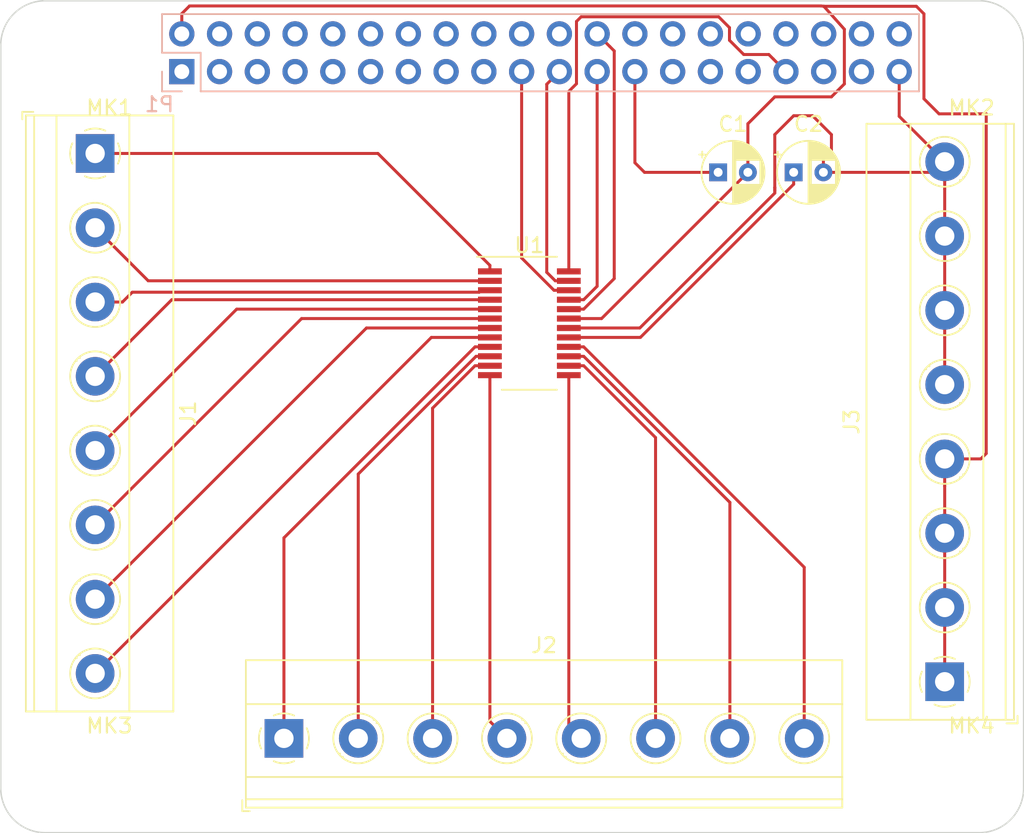
<source format=kicad_pcb>
(kicad_pcb (version 20171130) (host pcbnew 5.1.5+dfsg1-2build2)

  (general
    (thickness 1.6)
    (drawings 9)
    (tracks 129)
    (zones 0)
    (modules 11)
    (nets 49)
  )

  (page A3)
  (title_block
    (date "15 nov 2012")
  )

  (layers
    (0 F.Cu signal)
    (31 B.Cu signal)
    (32 B.Adhes user)
    (33 F.Adhes user)
    (34 B.Paste user)
    (35 F.Paste user)
    (36 B.SilkS user)
    (37 F.SilkS user)
    (38 B.Mask user)
    (39 F.Mask user)
    (40 Dwgs.User user)
    (41 Cmts.User user)
    (42 Eco1.User user)
    (43 Eco2.User user)
    (44 Edge.Cuts user)
  )

  (setup
    (last_trace_width 0.2)
    (trace_clearance 0.2)
    (zone_clearance 0.508)
    (zone_45_only no)
    (trace_min 0.1524)
    (via_size 0.9)
    (via_drill 0.6)
    (via_min_size 0.8)
    (via_min_drill 0.5)
    (uvia_size 0.5)
    (uvia_drill 0.1)
    (uvias_allowed no)
    (uvia_min_size 0.5)
    (uvia_min_drill 0.1)
    (edge_width 0.1)
    (segment_width 0.1)
    (pcb_text_width 0.3)
    (pcb_text_size 1 1)
    (mod_edge_width 0.15)
    (mod_text_size 1 1)
    (mod_text_width 0.15)
    (pad_size 2.5 2.5)
    (pad_drill 2.5)
    (pad_to_mask_clearance 0)
    (aux_axis_origin 200 150)
    (grid_origin 200 150)
    (visible_elements 7FFFFFFF)
    (pcbplotparams
      (layerselection 0x00030_80000001)
      (usegerberextensions true)
      (usegerberattributes false)
      (usegerberadvancedattributes false)
      (creategerberjobfile false)
      (excludeedgelayer true)
      (linewidth 0.150000)
      (plotframeref false)
      (viasonmask false)
      (mode 1)
      (useauxorigin false)
      (hpglpennumber 1)
      (hpglpenspeed 20)
      (hpglpendiameter 15.000000)
      (psnegative false)
      (psa4output false)
      (plotreference true)
      (plotvalue true)
      (plotinvisibletext false)
      (padsonsilk false)
      (subtractmaskfromsilk false)
      (outputformat 1)
      (mirror false)
      (drillshape 1)
      (scaleselection 1)
      (outputdirectory ""))
  )

  (net 0 "")
  (net 1 +3V3)
  (net 2 +5V)
  (net 3 GND)
  (net 4 /ID_SD)
  (net 5 /ID_SC)
  (net 6 /GPIO5)
  (net 7 /GPIO6)
  (net 8 /GPIO26)
  (net 9 "/GPIO2(SDA1)")
  (net 10 "/GPIO3(SCL1)")
  (net 11 "/GPIO4(GCLK)")
  (net 12 "/GPIO14(TXD0)")
  (net 13 "/GPIO15(RXD0)")
  (net 14 "/GPIO17(GEN0)")
  (net 15 "/GPIO27(GEN2)")
  (net 16 "/GPIO22(GEN3)")
  (net 17 "/GPIO23(GEN4)")
  (net 18 "/GPIO24(GEN5)")
  (net 19 "/GPIO25(GEN6)")
  (net 20 "/GPIO18(GEN1)(PWM0)")
  (net 21 "/GPIO7(SPI1_CE_N)")
  (net 22 "/GPIO12(PWM0)")
  (net 23 "/GPIO19(SPI1_MISO)")
  (net 24 /GPIO16)
  (net 25 "/GPIO20(SPI1_MOSI)")
  (net 26 "/GPIO21(SPI1_SCK)")
  (net 27 "Net-(C2-Pad1)")
  (net 28 /AIN0)
  (net 29 /AIN1)
  (net 30 /AIN2)
  (net 31 /AIN3)
  (net 32 /AIN4)
  (net 33 /AIN5)
  (net 34 /AIN6)
  (net 35 /AIN7)
  (net 36 /AIN15)
  (net 37 /AIN14)
  (net 38 /AIN13)
  (net 39 /AIN12)
  (net 40 /AIN11)
  (net 41 /AIN10)
  (net 42 /AIN9)
  (net 43 /AIN8)
  (net 44 /DIN)
  (net 45 /DOUT)
  (net 46 /SCK)
  (net 47 /CS)
  (net 48 /EOC)

  (net_class Default "This is the default net class."
    (clearance 0.2)
    (trace_width 0.2)
    (via_dia 0.9)
    (via_drill 0.6)
    (uvia_dia 0.5)
    (uvia_drill 0.1)
    (add_net +3V3)
    (add_net +5V)
    (add_net /AIN0)
    (add_net /AIN1)
    (add_net /AIN10)
    (add_net /AIN11)
    (add_net /AIN12)
    (add_net /AIN13)
    (add_net /AIN14)
    (add_net /AIN15)
    (add_net /AIN2)
    (add_net /AIN3)
    (add_net /AIN4)
    (add_net /AIN5)
    (add_net /AIN6)
    (add_net /AIN7)
    (add_net /AIN8)
    (add_net /AIN9)
    (add_net /CS)
    (add_net /DIN)
    (add_net /DOUT)
    (add_net /EOC)
    (add_net "/GPIO12(PWM0)")
    (add_net "/GPIO14(TXD0)")
    (add_net "/GPIO15(RXD0)")
    (add_net /GPIO16)
    (add_net "/GPIO17(GEN0)")
    (add_net "/GPIO18(GEN1)(PWM0)")
    (add_net "/GPIO19(SPI1_MISO)")
    (add_net "/GPIO2(SDA1)")
    (add_net "/GPIO20(SPI1_MOSI)")
    (add_net "/GPIO21(SPI1_SCK)")
    (add_net "/GPIO22(GEN3)")
    (add_net "/GPIO23(GEN4)")
    (add_net "/GPIO24(GEN5)")
    (add_net "/GPIO25(GEN6)")
    (add_net /GPIO26)
    (add_net "/GPIO27(GEN2)")
    (add_net "/GPIO3(SCL1)")
    (add_net "/GPIO4(GCLK)")
    (add_net /GPIO5)
    (add_net /GPIO6)
    (add_net "/GPIO7(SPI1_CE_N)")
    (add_net /ID_SC)
    (add_net /ID_SD)
    (add_net /SCK)
    (add_net GND)
    (add_net "Net-(C2-Pad1)")
  )

  (net_class Power ""
    (clearance 0.2)
    (trace_width 0.5)
    (via_dia 1)
    (via_drill 0.7)
    (uvia_dia 0.5)
    (uvia_drill 0.1)
  )

  (module Connector_PinSocket_2.54mm:PinSocket_2x20_P2.54mm_Vertical (layer B.Cu) (tedit 5A19A433) (tstamp 5A793E9F)
    (at 208.37 98.77 270)
    (descr "Through hole straight socket strip, 2x20, 2.54mm pitch, double cols (from Kicad 4.0.7), script generated")
    (tags "Through hole socket strip THT 2x20 2.54mm double row")
    (path /59AD464A)
    (fp_text reference P1 (at 2.208 1.512) (layer B.SilkS)
      (effects (font (size 1 1) (thickness 0.15)) (justify mirror))
    )
    (fp_text value Conn_02x20_Odd_Even (at -1.27 -51.03 270) (layer B.Fab)
      (effects (font (size 1 1) (thickness 0.15)) (justify mirror))
    )
    (fp_line (start -3.81 1.27) (end 0.27 1.27) (layer B.Fab) (width 0.1))
    (fp_line (start 0.27 1.27) (end 1.27 0.27) (layer B.Fab) (width 0.1))
    (fp_line (start 1.27 0.27) (end 1.27 -49.53) (layer B.Fab) (width 0.1))
    (fp_line (start 1.27 -49.53) (end -3.81 -49.53) (layer B.Fab) (width 0.1))
    (fp_line (start -3.81 -49.53) (end -3.81 1.27) (layer B.Fab) (width 0.1))
    (fp_line (start -3.87 1.33) (end -1.27 1.33) (layer B.SilkS) (width 0.12))
    (fp_line (start -3.87 1.33) (end -3.87 -49.59) (layer B.SilkS) (width 0.12))
    (fp_line (start -3.87 -49.59) (end 1.33 -49.59) (layer B.SilkS) (width 0.12))
    (fp_line (start 1.33 -1.27) (end 1.33 -49.59) (layer B.SilkS) (width 0.12))
    (fp_line (start -1.27 -1.27) (end 1.33 -1.27) (layer B.SilkS) (width 0.12))
    (fp_line (start -1.27 1.33) (end -1.27 -1.27) (layer B.SilkS) (width 0.12))
    (fp_line (start 1.33 1.33) (end 1.33 0) (layer B.SilkS) (width 0.12))
    (fp_line (start 0 1.33) (end 1.33 1.33) (layer B.SilkS) (width 0.12))
    (fp_line (start -4.34 1.8) (end 1.76 1.8) (layer B.CrtYd) (width 0.05))
    (fp_line (start 1.76 1.8) (end 1.76 -50) (layer B.CrtYd) (width 0.05))
    (fp_line (start 1.76 -50) (end -4.34 -50) (layer B.CrtYd) (width 0.05))
    (fp_line (start -4.34 -50) (end -4.34 1.8) (layer B.CrtYd) (width 0.05))
    (fp_text user %R (at -1.27 -24.13 180) (layer B.Fab)
      (effects (font (size 1 1) (thickness 0.15)) (justify mirror))
    )
    (pad 1 thru_hole rect (at 0 0 270) (size 1.7 1.7) (drill 1) (layers *.Cu *.Mask)
      (net 1 +3V3))
    (pad 2 thru_hole oval (at -2.54 0 270) (size 1.7 1.7) (drill 1) (layers *.Cu *.Mask)
      (net 2 +5V))
    (pad 3 thru_hole oval (at 0 -2.54 270) (size 1.7 1.7) (drill 1) (layers *.Cu *.Mask)
      (net 9 "/GPIO2(SDA1)"))
    (pad 4 thru_hole oval (at -2.54 -2.54 270) (size 1.7 1.7) (drill 1) (layers *.Cu *.Mask)
      (net 2 +5V))
    (pad 5 thru_hole oval (at 0 -5.08 270) (size 1.7 1.7) (drill 1) (layers *.Cu *.Mask)
      (net 10 "/GPIO3(SCL1)"))
    (pad 6 thru_hole oval (at -2.54 -5.08 270) (size 1.7 1.7) (drill 1) (layers *.Cu *.Mask)
      (net 3 GND))
    (pad 7 thru_hole oval (at 0 -7.62 270) (size 1.7 1.7) (drill 1) (layers *.Cu *.Mask)
      (net 11 "/GPIO4(GCLK)"))
    (pad 8 thru_hole oval (at -2.54 -7.62 270) (size 1.7 1.7) (drill 1) (layers *.Cu *.Mask)
      (net 12 "/GPIO14(TXD0)"))
    (pad 9 thru_hole oval (at 0 -10.16 270) (size 1.7 1.7) (drill 1) (layers *.Cu *.Mask)
      (net 3 GND))
    (pad 10 thru_hole oval (at -2.54 -10.16 270) (size 1.7 1.7) (drill 1) (layers *.Cu *.Mask)
      (net 13 "/GPIO15(RXD0)"))
    (pad 11 thru_hole oval (at 0 -12.7 270) (size 1.7 1.7) (drill 1) (layers *.Cu *.Mask)
      (net 14 "/GPIO17(GEN0)"))
    (pad 12 thru_hole oval (at -2.54 -12.7 270) (size 1.7 1.7) (drill 1) (layers *.Cu *.Mask)
      (net 20 "/GPIO18(GEN1)(PWM0)"))
    (pad 13 thru_hole oval (at 0 -15.24 270) (size 1.7 1.7) (drill 1) (layers *.Cu *.Mask)
      (net 15 "/GPIO27(GEN2)"))
    (pad 14 thru_hole oval (at -2.54 -15.24 270) (size 1.7 1.7) (drill 1) (layers *.Cu *.Mask)
      (net 3 GND))
    (pad 15 thru_hole oval (at 0 -17.78 270) (size 1.7 1.7) (drill 1) (layers *.Cu *.Mask)
      (net 16 "/GPIO22(GEN3)"))
    (pad 16 thru_hole oval (at -2.54 -17.78 270) (size 1.7 1.7) (drill 1) (layers *.Cu *.Mask)
      (net 17 "/GPIO23(GEN4)"))
    (pad 17 thru_hole oval (at 0 -20.32 270) (size 1.7 1.7) (drill 1) (layers *.Cu *.Mask)
      (net 1 +3V3))
    (pad 18 thru_hole oval (at -2.54 -20.32 270) (size 1.7 1.7) (drill 1) (layers *.Cu *.Mask)
      (net 18 "/GPIO24(GEN5)"))
    (pad 19 thru_hole oval (at 0 -22.86 270) (size 1.7 1.7) (drill 1) (layers *.Cu *.Mask)
      (net 44 /DIN))
    (pad 20 thru_hole oval (at -2.54 -22.86 270) (size 1.7 1.7) (drill 1) (layers *.Cu *.Mask)
      (net 3 GND))
    (pad 21 thru_hole oval (at 0 -25.4 270) (size 1.7 1.7) (drill 1) (layers *.Cu *.Mask)
      (net 45 /DOUT))
    (pad 22 thru_hole oval (at -2.54 -25.4 270) (size 1.7 1.7) (drill 1) (layers *.Cu *.Mask)
      (net 19 "/GPIO25(GEN6)"))
    (pad 23 thru_hole oval (at 0 -27.94 270) (size 1.7 1.7) (drill 1) (layers *.Cu *.Mask)
      (net 46 /SCK))
    (pad 24 thru_hole oval (at -2.54 -27.94 270) (size 1.7 1.7) (drill 1) (layers *.Cu *.Mask)
      (net 47 /CS))
    (pad 25 thru_hole oval (at 0 -30.48 270) (size 1.7 1.7) (drill 1) (layers *.Cu *.Mask)
      (net 3 GND))
    (pad 26 thru_hole oval (at -2.54 -30.48 270) (size 1.7 1.7) (drill 1) (layers *.Cu *.Mask)
      (net 21 "/GPIO7(SPI1_CE_N)"))
    (pad 27 thru_hole oval (at 0 -33.02 270) (size 1.7 1.7) (drill 1) (layers *.Cu *.Mask)
      (net 4 /ID_SD))
    (pad 28 thru_hole oval (at -2.54 -33.02 270) (size 1.7 1.7) (drill 1) (layers *.Cu *.Mask)
      (net 5 /ID_SC))
    (pad 29 thru_hole oval (at 0 -35.56 270) (size 1.7 1.7) (drill 1) (layers *.Cu *.Mask)
      (net 6 /GPIO5))
    (pad 30 thru_hole oval (at -2.54 -35.56 270) (size 1.7 1.7) (drill 1) (layers *.Cu *.Mask)
      (net 3 GND))
    (pad 31 thru_hole oval (at 0 -38.1 270) (size 1.7 1.7) (drill 1) (layers *.Cu *.Mask)
      (net 7 /GPIO6))
    (pad 32 thru_hole oval (at -2.54 -38.1 270) (size 1.7 1.7) (drill 1) (layers *.Cu *.Mask)
      (net 22 "/GPIO12(PWM0)"))
    (pad 33 thru_hole oval (at 0 -40.64 270) (size 1.7 1.7) (drill 1) (layers *.Cu *.Mask)
      (net 48 /EOC))
    (pad 34 thru_hole oval (at -2.54 -40.64 270) (size 1.7 1.7) (drill 1) (layers *.Cu *.Mask)
      (net 3 GND))
    (pad 35 thru_hole oval (at 0 -43.18 270) (size 1.7 1.7) (drill 1) (layers *.Cu *.Mask)
      (net 23 "/GPIO19(SPI1_MISO)"))
    (pad 36 thru_hole oval (at -2.54 -43.18 270) (size 1.7 1.7) (drill 1) (layers *.Cu *.Mask)
      (net 24 /GPIO16))
    (pad 37 thru_hole oval (at 0 -45.72 270) (size 1.7 1.7) (drill 1) (layers *.Cu *.Mask)
      (net 8 /GPIO26))
    (pad 38 thru_hole oval (at -2.54 -45.72 270) (size 1.7 1.7) (drill 1) (layers *.Cu *.Mask)
      (net 25 "/GPIO20(SPI1_MOSI)"))
    (pad 39 thru_hole oval (at 0 -48.26 270) (size 1.7 1.7) (drill 1) (layers *.Cu *.Mask)
      (net 3 GND))
    (pad 40 thru_hole oval (at -2.54 -48.26 270) (size 1.7 1.7) (drill 1) (layers *.Cu *.Mask)
      (net 26 "/GPIO21(SPI1_SCK)"))
    (model ${KISYS3DMOD}/Connector_PinSocket_2.54mm.3dshapes/PinSocket_2x20_P2.54mm_Vertical.wrl
      (at (xyz 0 0 0))
      (scale (xyz 1 1 1))
      (rotate (xyz 0 0 0))
    )
  )

  (module MountingHole:MountingHole_2.7mm_M2.5 (layer F.Cu) (tedit 56D1B4CB) (tstamp 5A793E98)
    (at 261.5 146.5)
    (descr "Mounting Hole 2.7mm, no annular, M2.5")
    (tags "mounting hole 2.7mm no annular m2.5")
    (path /5834FC4F)
    (attr virtual)
    (fp_text reference MK4 (at 0 -3.7) (layer F.SilkS)
      (effects (font (size 1 1) (thickness 0.15)))
    )
    (fp_text value M2.5 (at 0 3.7) (layer F.Fab)
      (effects (font (size 1 1) (thickness 0.15)))
    )
    (fp_circle (center 0 0) (end 2.95 0) (layer F.CrtYd) (width 0.05))
    (fp_circle (center 0 0) (end 2.7 0) (layer Cmts.User) (width 0.15))
    (fp_text user %R (at 0.3 0) (layer F.Fab)
      (effects (font (size 1 1) (thickness 0.15)))
    )
    (pad 1 np_thru_hole circle (at 0 0) (size 2.7 2.7) (drill 2.7) (layers *.Cu *.Mask))
  )

  (module MountingHole:MountingHole_2.7mm_M2.5 (layer F.Cu) (tedit 56D1B4CB) (tstamp 5A793E91)
    (at 203.5 146.5)
    (descr "Mounting Hole 2.7mm, no annular, M2.5")
    (tags "mounting hole 2.7mm no annular m2.5")
    (path /5834FBEF)
    (attr virtual)
    (fp_text reference MK3 (at 0 -3.7) (layer F.SilkS)
      (effects (font (size 1 1) (thickness 0.15)))
    )
    (fp_text value M2.5 (at 0 3.7) (layer F.Fab)
      (effects (font (size 1 1) (thickness 0.15)))
    )
    (fp_text user %R (at 0.3 0) (layer F.Fab)
      (effects (font (size 1 1) (thickness 0.15)))
    )
    (fp_circle (center 0 0) (end 2.7 0) (layer Cmts.User) (width 0.15))
    (fp_circle (center 0 0) (end 2.95 0) (layer F.CrtYd) (width 0.05))
    (pad 1 np_thru_hole circle (at 0 0) (size 2.7 2.7) (drill 2.7) (layers *.Cu *.Mask))
  )

  (module MountingHole:MountingHole_2.7mm_M2.5 (layer F.Cu) (tedit 56D1B4CB) (tstamp 5A793E8A)
    (at 261.5 97.5 180)
    (descr "Mounting Hole 2.7mm, no annular, M2.5")
    (tags "mounting hole 2.7mm no annular m2.5")
    (path /5834FC19)
    (attr virtual)
    (fp_text reference MK2 (at 0 -3.7 180) (layer F.SilkS)
      (effects (font (size 1 1) (thickness 0.15)))
    )
    (fp_text value M2.5 (at 0 3.7 180) (layer F.Fab)
      (effects (font (size 1 1) (thickness 0.15)))
    )
    (fp_circle (center 0 0) (end 2.95 0) (layer F.CrtYd) (width 0.05))
    (fp_circle (center 0 0) (end 2.7 0) (layer Cmts.User) (width 0.15))
    (fp_text user %R (at 0.3 0 180) (layer F.Fab)
      (effects (font (size 1 1) (thickness 0.15)))
    )
    (pad 1 np_thru_hole circle (at 0 0 180) (size 2.7 2.7) (drill 2.7) (layers *.Cu *.Mask))
  )

  (module MountingHole:MountingHole_2.7mm_M2.5 (layer F.Cu) (tedit 56D1B4CB) (tstamp 5A793E83)
    (at 203.5 97.5 180)
    (descr "Mounting Hole 2.7mm, no annular, M2.5")
    (tags "mounting hole 2.7mm no annular m2.5")
    (path /5834FB2E)
    (attr virtual)
    (fp_text reference MK1 (at 0 -3.7 180) (layer F.SilkS)
      (effects (font (size 1 1) (thickness 0.15)))
    )
    (fp_text value M2.5 (at 0 3.7 180) (layer F.Fab)
      (effects (font (size 1 1) (thickness 0.15)))
    )
    (fp_text user %R (at 0.3 0 180) (layer F.Fab)
      (effects (font (size 1 1) (thickness 0.15)))
    )
    (fp_circle (center 0 0) (end 2.7 0) (layer Cmts.User) (width 0.15))
    (fp_circle (center 0 0) (end 2.95 0) (layer F.CrtYd) (width 0.05))
    (pad 1 np_thru_hole circle (at 0 0 180) (size 2.7 2.7) (drill 2.7) (layers *.Cu *.Mask))
  )

  (module Capacitor_THT:CP_Radial_D4.0mm_P2.00mm (layer F.Cu) (tedit 5AE50EF0) (tstamp 5F59F978)
    (at 244.45 105.55)
    (descr "CP, Radial series, Radial, pin pitch=2.00mm, , diameter=4mm, Electrolytic Capacitor")
    (tags "CP Radial series Radial pin pitch 2.00mm  diameter 4mm Electrolytic Capacitor")
    (path /5F4F9DFB)
    (fp_text reference C1 (at 1 -3.25) (layer F.SilkS)
      (effects (font (size 1 1) (thickness 0.15)))
    )
    (fp_text value 0.1uF (at 1 3.25) (layer F.Fab)
      (effects (font (size 1 1) (thickness 0.15)))
    )
    (fp_circle (center 1 0) (end 3 0) (layer F.Fab) (width 0.1))
    (fp_circle (center 1 0) (end 3.12 0) (layer F.SilkS) (width 0.12))
    (fp_circle (center 1 0) (end 3.25 0) (layer F.CrtYd) (width 0.05))
    (fp_line (start -0.702554 -0.8675) (end -0.302554 -0.8675) (layer F.Fab) (width 0.1))
    (fp_line (start -0.502554 -1.0675) (end -0.502554 -0.6675) (layer F.Fab) (width 0.1))
    (fp_line (start 1 -2.08) (end 1 2.08) (layer F.SilkS) (width 0.12))
    (fp_line (start 1.04 -2.08) (end 1.04 2.08) (layer F.SilkS) (width 0.12))
    (fp_line (start 1.08 -2.079) (end 1.08 2.079) (layer F.SilkS) (width 0.12))
    (fp_line (start 1.12 -2.077) (end 1.12 2.077) (layer F.SilkS) (width 0.12))
    (fp_line (start 1.16 -2.074) (end 1.16 2.074) (layer F.SilkS) (width 0.12))
    (fp_line (start 1.2 -2.071) (end 1.2 -0.84) (layer F.SilkS) (width 0.12))
    (fp_line (start 1.2 0.84) (end 1.2 2.071) (layer F.SilkS) (width 0.12))
    (fp_line (start 1.24 -2.067) (end 1.24 -0.84) (layer F.SilkS) (width 0.12))
    (fp_line (start 1.24 0.84) (end 1.24 2.067) (layer F.SilkS) (width 0.12))
    (fp_line (start 1.28 -2.062) (end 1.28 -0.84) (layer F.SilkS) (width 0.12))
    (fp_line (start 1.28 0.84) (end 1.28 2.062) (layer F.SilkS) (width 0.12))
    (fp_line (start 1.32 -2.056) (end 1.32 -0.84) (layer F.SilkS) (width 0.12))
    (fp_line (start 1.32 0.84) (end 1.32 2.056) (layer F.SilkS) (width 0.12))
    (fp_line (start 1.36 -2.05) (end 1.36 -0.84) (layer F.SilkS) (width 0.12))
    (fp_line (start 1.36 0.84) (end 1.36 2.05) (layer F.SilkS) (width 0.12))
    (fp_line (start 1.4 -2.042) (end 1.4 -0.84) (layer F.SilkS) (width 0.12))
    (fp_line (start 1.4 0.84) (end 1.4 2.042) (layer F.SilkS) (width 0.12))
    (fp_line (start 1.44 -2.034) (end 1.44 -0.84) (layer F.SilkS) (width 0.12))
    (fp_line (start 1.44 0.84) (end 1.44 2.034) (layer F.SilkS) (width 0.12))
    (fp_line (start 1.48 -2.025) (end 1.48 -0.84) (layer F.SilkS) (width 0.12))
    (fp_line (start 1.48 0.84) (end 1.48 2.025) (layer F.SilkS) (width 0.12))
    (fp_line (start 1.52 -2.016) (end 1.52 -0.84) (layer F.SilkS) (width 0.12))
    (fp_line (start 1.52 0.84) (end 1.52 2.016) (layer F.SilkS) (width 0.12))
    (fp_line (start 1.56 -2.005) (end 1.56 -0.84) (layer F.SilkS) (width 0.12))
    (fp_line (start 1.56 0.84) (end 1.56 2.005) (layer F.SilkS) (width 0.12))
    (fp_line (start 1.6 -1.994) (end 1.6 -0.84) (layer F.SilkS) (width 0.12))
    (fp_line (start 1.6 0.84) (end 1.6 1.994) (layer F.SilkS) (width 0.12))
    (fp_line (start 1.64 -1.982) (end 1.64 -0.84) (layer F.SilkS) (width 0.12))
    (fp_line (start 1.64 0.84) (end 1.64 1.982) (layer F.SilkS) (width 0.12))
    (fp_line (start 1.68 -1.968) (end 1.68 -0.84) (layer F.SilkS) (width 0.12))
    (fp_line (start 1.68 0.84) (end 1.68 1.968) (layer F.SilkS) (width 0.12))
    (fp_line (start 1.721 -1.954) (end 1.721 -0.84) (layer F.SilkS) (width 0.12))
    (fp_line (start 1.721 0.84) (end 1.721 1.954) (layer F.SilkS) (width 0.12))
    (fp_line (start 1.761 -1.94) (end 1.761 -0.84) (layer F.SilkS) (width 0.12))
    (fp_line (start 1.761 0.84) (end 1.761 1.94) (layer F.SilkS) (width 0.12))
    (fp_line (start 1.801 -1.924) (end 1.801 -0.84) (layer F.SilkS) (width 0.12))
    (fp_line (start 1.801 0.84) (end 1.801 1.924) (layer F.SilkS) (width 0.12))
    (fp_line (start 1.841 -1.907) (end 1.841 -0.84) (layer F.SilkS) (width 0.12))
    (fp_line (start 1.841 0.84) (end 1.841 1.907) (layer F.SilkS) (width 0.12))
    (fp_line (start 1.881 -1.889) (end 1.881 -0.84) (layer F.SilkS) (width 0.12))
    (fp_line (start 1.881 0.84) (end 1.881 1.889) (layer F.SilkS) (width 0.12))
    (fp_line (start 1.921 -1.87) (end 1.921 -0.84) (layer F.SilkS) (width 0.12))
    (fp_line (start 1.921 0.84) (end 1.921 1.87) (layer F.SilkS) (width 0.12))
    (fp_line (start 1.961 -1.851) (end 1.961 -0.84) (layer F.SilkS) (width 0.12))
    (fp_line (start 1.961 0.84) (end 1.961 1.851) (layer F.SilkS) (width 0.12))
    (fp_line (start 2.001 -1.83) (end 2.001 -0.84) (layer F.SilkS) (width 0.12))
    (fp_line (start 2.001 0.84) (end 2.001 1.83) (layer F.SilkS) (width 0.12))
    (fp_line (start 2.041 -1.808) (end 2.041 -0.84) (layer F.SilkS) (width 0.12))
    (fp_line (start 2.041 0.84) (end 2.041 1.808) (layer F.SilkS) (width 0.12))
    (fp_line (start 2.081 -1.785) (end 2.081 -0.84) (layer F.SilkS) (width 0.12))
    (fp_line (start 2.081 0.84) (end 2.081 1.785) (layer F.SilkS) (width 0.12))
    (fp_line (start 2.121 -1.76) (end 2.121 -0.84) (layer F.SilkS) (width 0.12))
    (fp_line (start 2.121 0.84) (end 2.121 1.76) (layer F.SilkS) (width 0.12))
    (fp_line (start 2.161 -1.735) (end 2.161 -0.84) (layer F.SilkS) (width 0.12))
    (fp_line (start 2.161 0.84) (end 2.161 1.735) (layer F.SilkS) (width 0.12))
    (fp_line (start 2.201 -1.708) (end 2.201 -0.84) (layer F.SilkS) (width 0.12))
    (fp_line (start 2.201 0.84) (end 2.201 1.708) (layer F.SilkS) (width 0.12))
    (fp_line (start 2.241 -1.68) (end 2.241 -0.84) (layer F.SilkS) (width 0.12))
    (fp_line (start 2.241 0.84) (end 2.241 1.68) (layer F.SilkS) (width 0.12))
    (fp_line (start 2.281 -1.65) (end 2.281 -0.84) (layer F.SilkS) (width 0.12))
    (fp_line (start 2.281 0.84) (end 2.281 1.65) (layer F.SilkS) (width 0.12))
    (fp_line (start 2.321 -1.619) (end 2.321 -0.84) (layer F.SilkS) (width 0.12))
    (fp_line (start 2.321 0.84) (end 2.321 1.619) (layer F.SilkS) (width 0.12))
    (fp_line (start 2.361 -1.587) (end 2.361 -0.84) (layer F.SilkS) (width 0.12))
    (fp_line (start 2.361 0.84) (end 2.361 1.587) (layer F.SilkS) (width 0.12))
    (fp_line (start 2.401 -1.552) (end 2.401 -0.84) (layer F.SilkS) (width 0.12))
    (fp_line (start 2.401 0.84) (end 2.401 1.552) (layer F.SilkS) (width 0.12))
    (fp_line (start 2.441 -1.516) (end 2.441 -0.84) (layer F.SilkS) (width 0.12))
    (fp_line (start 2.441 0.84) (end 2.441 1.516) (layer F.SilkS) (width 0.12))
    (fp_line (start 2.481 -1.478) (end 2.481 -0.84) (layer F.SilkS) (width 0.12))
    (fp_line (start 2.481 0.84) (end 2.481 1.478) (layer F.SilkS) (width 0.12))
    (fp_line (start 2.521 -1.438) (end 2.521 -0.84) (layer F.SilkS) (width 0.12))
    (fp_line (start 2.521 0.84) (end 2.521 1.438) (layer F.SilkS) (width 0.12))
    (fp_line (start 2.561 -1.396) (end 2.561 -0.84) (layer F.SilkS) (width 0.12))
    (fp_line (start 2.561 0.84) (end 2.561 1.396) (layer F.SilkS) (width 0.12))
    (fp_line (start 2.601 -1.351) (end 2.601 -0.84) (layer F.SilkS) (width 0.12))
    (fp_line (start 2.601 0.84) (end 2.601 1.351) (layer F.SilkS) (width 0.12))
    (fp_line (start 2.641 -1.304) (end 2.641 -0.84) (layer F.SilkS) (width 0.12))
    (fp_line (start 2.641 0.84) (end 2.641 1.304) (layer F.SilkS) (width 0.12))
    (fp_line (start 2.681 -1.254) (end 2.681 -0.84) (layer F.SilkS) (width 0.12))
    (fp_line (start 2.681 0.84) (end 2.681 1.254) (layer F.SilkS) (width 0.12))
    (fp_line (start 2.721 -1.2) (end 2.721 -0.84) (layer F.SilkS) (width 0.12))
    (fp_line (start 2.721 0.84) (end 2.721 1.2) (layer F.SilkS) (width 0.12))
    (fp_line (start 2.761 -1.142) (end 2.761 -0.84) (layer F.SilkS) (width 0.12))
    (fp_line (start 2.761 0.84) (end 2.761 1.142) (layer F.SilkS) (width 0.12))
    (fp_line (start 2.801 -1.08) (end 2.801 -0.84) (layer F.SilkS) (width 0.12))
    (fp_line (start 2.801 0.84) (end 2.801 1.08) (layer F.SilkS) (width 0.12))
    (fp_line (start 2.841 -1.013) (end 2.841 1.013) (layer F.SilkS) (width 0.12))
    (fp_line (start 2.881 -0.94) (end 2.881 0.94) (layer F.SilkS) (width 0.12))
    (fp_line (start 2.921 -0.859) (end 2.921 0.859) (layer F.SilkS) (width 0.12))
    (fp_line (start 2.961 -0.768) (end 2.961 0.768) (layer F.SilkS) (width 0.12))
    (fp_line (start 3.001 -0.664) (end 3.001 0.664) (layer F.SilkS) (width 0.12))
    (fp_line (start 3.041 -0.537) (end 3.041 0.537) (layer F.SilkS) (width 0.12))
    (fp_line (start 3.081 -0.37) (end 3.081 0.37) (layer F.SilkS) (width 0.12))
    (fp_line (start -1.269801 -1.195) (end -0.869801 -1.195) (layer F.SilkS) (width 0.12))
    (fp_line (start -1.069801 -1.395) (end -1.069801 -0.995) (layer F.SilkS) (width 0.12))
    (fp_text user %R (at 1 0) (layer F.Fab)
      (effects (font (size 0.8 0.8) (thickness 0.12)))
    )
    (pad 1 thru_hole rect (at 0 0) (size 1.2 1.2) (drill 0.6) (layers *.Cu *.Mask)
      (net 3 GND))
    (pad 2 thru_hole circle (at 2 0) (size 1.2 1.2) (drill 0.6) (layers *.Cu *.Mask)
      (net 2 +5V))
    (model ${KISYS3DMOD}/Capacitor_THT.3dshapes/CP_Radial_D4.0mm_P2.00mm.wrl
      (at (xyz 0 0 0))
      (scale (xyz 1 1 1))
      (rotate (xyz 0 0 0))
    )
  )

  (module Capacitor_THT:CP_Radial_D4.0mm_P2.00mm (layer F.Cu) (tedit 5AE50EF0) (tstamp 5F59F9E4)
    (at 249.53 105.55)
    (descr "CP, Radial series, Radial, pin pitch=2.00mm, , diameter=4mm, Electrolytic Capacitor")
    (tags "CP Radial series Radial pin pitch 2.00mm  diameter 4mm Electrolytic Capacitor")
    (path /5F503505)
    (fp_text reference C2 (at 1 -3.25) (layer F.SilkS)
      (effects (font (size 1 1) (thickness 0.15)))
    )
    (fp_text value 0.1uF (at 1 3.25) (layer F.Fab)
      (effects (font (size 1 1) (thickness 0.15)))
    )
    (fp_text user %R (at 1 0) (layer F.Fab)
      (effects (font (size 0.8 0.8) (thickness 0.12)))
    )
    (fp_line (start -1.069801 -1.395) (end -1.069801 -0.995) (layer F.SilkS) (width 0.12))
    (fp_line (start -1.269801 -1.195) (end -0.869801 -1.195) (layer F.SilkS) (width 0.12))
    (fp_line (start 3.081 -0.37) (end 3.081 0.37) (layer F.SilkS) (width 0.12))
    (fp_line (start 3.041 -0.537) (end 3.041 0.537) (layer F.SilkS) (width 0.12))
    (fp_line (start 3.001 -0.664) (end 3.001 0.664) (layer F.SilkS) (width 0.12))
    (fp_line (start 2.961 -0.768) (end 2.961 0.768) (layer F.SilkS) (width 0.12))
    (fp_line (start 2.921 -0.859) (end 2.921 0.859) (layer F.SilkS) (width 0.12))
    (fp_line (start 2.881 -0.94) (end 2.881 0.94) (layer F.SilkS) (width 0.12))
    (fp_line (start 2.841 -1.013) (end 2.841 1.013) (layer F.SilkS) (width 0.12))
    (fp_line (start 2.801 0.84) (end 2.801 1.08) (layer F.SilkS) (width 0.12))
    (fp_line (start 2.801 -1.08) (end 2.801 -0.84) (layer F.SilkS) (width 0.12))
    (fp_line (start 2.761 0.84) (end 2.761 1.142) (layer F.SilkS) (width 0.12))
    (fp_line (start 2.761 -1.142) (end 2.761 -0.84) (layer F.SilkS) (width 0.12))
    (fp_line (start 2.721 0.84) (end 2.721 1.2) (layer F.SilkS) (width 0.12))
    (fp_line (start 2.721 -1.2) (end 2.721 -0.84) (layer F.SilkS) (width 0.12))
    (fp_line (start 2.681 0.84) (end 2.681 1.254) (layer F.SilkS) (width 0.12))
    (fp_line (start 2.681 -1.254) (end 2.681 -0.84) (layer F.SilkS) (width 0.12))
    (fp_line (start 2.641 0.84) (end 2.641 1.304) (layer F.SilkS) (width 0.12))
    (fp_line (start 2.641 -1.304) (end 2.641 -0.84) (layer F.SilkS) (width 0.12))
    (fp_line (start 2.601 0.84) (end 2.601 1.351) (layer F.SilkS) (width 0.12))
    (fp_line (start 2.601 -1.351) (end 2.601 -0.84) (layer F.SilkS) (width 0.12))
    (fp_line (start 2.561 0.84) (end 2.561 1.396) (layer F.SilkS) (width 0.12))
    (fp_line (start 2.561 -1.396) (end 2.561 -0.84) (layer F.SilkS) (width 0.12))
    (fp_line (start 2.521 0.84) (end 2.521 1.438) (layer F.SilkS) (width 0.12))
    (fp_line (start 2.521 -1.438) (end 2.521 -0.84) (layer F.SilkS) (width 0.12))
    (fp_line (start 2.481 0.84) (end 2.481 1.478) (layer F.SilkS) (width 0.12))
    (fp_line (start 2.481 -1.478) (end 2.481 -0.84) (layer F.SilkS) (width 0.12))
    (fp_line (start 2.441 0.84) (end 2.441 1.516) (layer F.SilkS) (width 0.12))
    (fp_line (start 2.441 -1.516) (end 2.441 -0.84) (layer F.SilkS) (width 0.12))
    (fp_line (start 2.401 0.84) (end 2.401 1.552) (layer F.SilkS) (width 0.12))
    (fp_line (start 2.401 -1.552) (end 2.401 -0.84) (layer F.SilkS) (width 0.12))
    (fp_line (start 2.361 0.84) (end 2.361 1.587) (layer F.SilkS) (width 0.12))
    (fp_line (start 2.361 -1.587) (end 2.361 -0.84) (layer F.SilkS) (width 0.12))
    (fp_line (start 2.321 0.84) (end 2.321 1.619) (layer F.SilkS) (width 0.12))
    (fp_line (start 2.321 -1.619) (end 2.321 -0.84) (layer F.SilkS) (width 0.12))
    (fp_line (start 2.281 0.84) (end 2.281 1.65) (layer F.SilkS) (width 0.12))
    (fp_line (start 2.281 -1.65) (end 2.281 -0.84) (layer F.SilkS) (width 0.12))
    (fp_line (start 2.241 0.84) (end 2.241 1.68) (layer F.SilkS) (width 0.12))
    (fp_line (start 2.241 -1.68) (end 2.241 -0.84) (layer F.SilkS) (width 0.12))
    (fp_line (start 2.201 0.84) (end 2.201 1.708) (layer F.SilkS) (width 0.12))
    (fp_line (start 2.201 -1.708) (end 2.201 -0.84) (layer F.SilkS) (width 0.12))
    (fp_line (start 2.161 0.84) (end 2.161 1.735) (layer F.SilkS) (width 0.12))
    (fp_line (start 2.161 -1.735) (end 2.161 -0.84) (layer F.SilkS) (width 0.12))
    (fp_line (start 2.121 0.84) (end 2.121 1.76) (layer F.SilkS) (width 0.12))
    (fp_line (start 2.121 -1.76) (end 2.121 -0.84) (layer F.SilkS) (width 0.12))
    (fp_line (start 2.081 0.84) (end 2.081 1.785) (layer F.SilkS) (width 0.12))
    (fp_line (start 2.081 -1.785) (end 2.081 -0.84) (layer F.SilkS) (width 0.12))
    (fp_line (start 2.041 0.84) (end 2.041 1.808) (layer F.SilkS) (width 0.12))
    (fp_line (start 2.041 -1.808) (end 2.041 -0.84) (layer F.SilkS) (width 0.12))
    (fp_line (start 2.001 0.84) (end 2.001 1.83) (layer F.SilkS) (width 0.12))
    (fp_line (start 2.001 -1.83) (end 2.001 -0.84) (layer F.SilkS) (width 0.12))
    (fp_line (start 1.961 0.84) (end 1.961 1.851) (layer F.SilkS) (width 0.12))
    (fp_line (start 1.961 -1.851) (end 1.961 -0.84) (layer F.SilkS) (width 0.12))
    (fp_line (start 1.921 0.84) (end 1.921 1.87) (layer F.SilkS) (width 0.12))
    (fp_line (start 1.921 -1.87) (end 1.921 -0.84) (layer F.SilkS) (width 0.12))
    (fp_line (start 1.881 0.84) (end 1.881 1.889) (layer F.SilkS) (width 0.12))
    (fp_line (start 1.881 -1.889) (end 1.881 -0.84) (layer F.SilkS) (width 0.12))
    (fp_line (start 1.841 0.84) (end 1.841 1.907) (layer F.SilkS) (width 0.12))
    (fp_line (start 1.841 -1.907) (end 1.841 -0.84) (layer F.SilkS) (width 0.12))
    (fp_line (start 1.801 0.84) (end 1.801 1.924) (layer F.SilkS) (width 0.12))
    (fp_line (start 1.801 -1.924) (end 1.801 -0.84) (layer F.SilkS) (width 0.12))
    (fp_line (start 1.761 0.84) (end 1.761 1.94) (layer F.SilkS) (width 0.12))
    (fp_line (start 1.761 -1.94) (end 1.761 -0.84) (layer F.SilkS) (width 0.12))
    (fp_line (start 1.721 0.84) (end 1.721 1.954) (layer F.SilkS) (width 0.12))
    (fp_line (start 1.721 -1.954) (end 1.721 -0.84) (layer F.SilkS) (width 0.12))
    (fp_line (start 1.68 0.84) (end 1.68 1.968) (layer F.SilkS) (width 0.12))
    (fp_line (start 1.68 -1.968) (end 1.68 -0.84) (layer F.SilkS) (width 0.12))
    (fp_line (start 1.64 0.84) (end 1.64 1.982) (layer F.SilkS) (width 0.12))
    (fp_line (start 1.64 -1.982) (end 1.64 -0.84) (layer F.SilkS) (width 0.12))
    (fp_line (start 1.6 0.84) (end 1.6 1.994) (layer F.SilkS) (width 0.12))
    (fp_line (start 1.6 -1.994) (end 1.6 -0.84) (layer F.SilkS) (width 0.12))
    (fp_line (start 1.56 0.84) (end 1.56 2.005) (layer F.SilkS) (width 0.12))
    (fp_line (start 1.56 -2.005) (end 1.56 -0.84) (layer F.SilkS) (width 0.12))
    (fp_line (start 1.52 0.84) (end 1.52 2.016) (layer F.SilkS) (width 0.12))
    (fp_line (start 1.52 -2.016) (end 1.52 -0.84) (layer F.SilkS) (width 0.12))
    (fp_line (start 1.48 0.84) (end 1.48 2.025) (layer F.SilkS) (width 0.12))
    (fp_line (start 1.48 -2.025) (end 1.48 -0.84) (layer F.SilkS) (width 0.12))
    (fp_line (start 1.44 0.84) (end 1.44 2.034) (layer F.SilkS) (width 0.12))
    (fp_line (start 1.44 -2.034) (end 1.44 -0.84) (layer F.SilkS) (width 0.12))
    (fp_line (start 1.4 0.84) (end 1.4 2.042) (layer F.SilkS) (width 0.12))
    (fp_line (start 1.4 -2.042) (end 1.4 -0.84) (layer F.SilkS) (width 0.12))
    (fp_line (start 1.36 0.84) (end 1.36 2.05) (layer F.SilkS) (width 0.12))
    (fp_line (start 1.36 -2.05) (end 1.36 -0.84) (layer F.SilkS) (width 0.12))
    (fp_line (start 1.32 0.84) (end 1.32 2.056) (layer F.SilkS) (width 0.12))
    (fp_line (start 1.32 -2.056) (end 1.32 -0.84) (layer F.SilkS) (width 0.12))
    (fp_line (start 1.28 0.84) (end 1.28 2.062) (layer F.SilkS) (width 0.12))
    (fp_line (start 1.28 -2.062) (end 1.28 -0.84) (layer F.SilkS) (width 0.12))
    (fp_line (start 1.24 0.84) (end 1.24 2.067) (layer F.SilkS) (width 0.12))
    (fp_line (start 1.24 -2.067) (end 1.24 -0.84) (layer F.SilkS) (width 0.12))
    (fp_line (start 1.2 0.84) (end 1.2 2.071) (layer F.SilkS) (width 0.12))
    (fp_line (start 1.2 -2.071) (end 1.2 -0.84) (layer F.SilkS) (width 0.12))
    (fp_line (start 1.16 -2.074) (end 1.16 2.074) (layer F.SilkS) (width 0.12))
    (fp_line (start 1.12 -2.077) (end 1.12 2.077) (layer F.SilkS) (width 0.12))
    (fp_line (start 1.08 -2.079) (end 1.08 2.079) (layer F.SilkS) (width 0.12))
    (fp_line (start 1.04 -2.08) (end 1.04 2.08) (layer F.SilkS) (width 0.12))
    (fp_line (start 1 -2.08) (end 1 2.08) (layer F.SilkS) (width 0.12))
    (fp_line (start -0.502554 -1.0675) (end -0.502554 -0.6675) (layer F.Fab) (width 0.1))
    (fp_line (start -0.702554 -0.8675) (end -0.302554 -0.8675) (layer F.Fab) (width 0.1))
    (fp_circle (center 1 0) (end 3.25 0) (layer F.CrtYd) (width 0.05))
    (fp_circle (center 1 0) (end 3.12 0) (layer F.SilkS) (width 0.12))
    (fp_circle (center 1 0) (end 3 0) (layer F.Fab) (width 0.1))
    (pad 2 thru_hole circle (at 2 0) (size 1.2 1.2) (drill 0.6) (layers *.Cu *.Mask)
      (net 3 GND))
    (pad 1 thru_hole rect (at 0 0) (size 1.2 1.2) (drill 0.6) (layers *.Cu *.Mask)
      (net 27 "Net-(C2-Pad1)"))
    (model ${KISYS3DMOD}/Capacitor_THT.3dshapes/CP_Radial_D4.0mm_P2.00mm.wrl
      (at (xyz 0 0 0))
      (scale (xyz 1 1 1))
      (rotate (xyz 0 0 0))
    )
  )

  (module TerminalBlock_Phoenix:TerminalBlock_Phoenix_MKDS-1,5-8_1x08_P5.00mm_Horizontal (layer F.Cu) (tedit 5B294EEA) (tstamp 5F59FA46)
    (at 202.54 104.28 270)
    (descr "Terminal Block Phoenix MKDS-1,5-8, 8 pins, pitch 5mm, size 40x9.8mm^2, drill diamater 1.3mm, pad diameter 2.6mm, see http://www.farnell.com/datasheets/100425.pdf, script-generated using https://github.com/pointhi/kicad-footprint-generator/scripts/TerminalBlock_Phoenix")
    (tags "THT Terminal Block Phoenix MKDS-1,5-8 pitch 5mm size 40x9.8mm^2 drill 1.3mm pad 2.6mm")
    (path /5F64396C)
    (fp_text reference J1 (at 17.5 -6.26 90) (layer F.SilkS)
      (effects (font (size 1 1) (thickness 0.15)))
    )
    (fp_text value Screw_Terminal_01x08 (at 17.5 5.66 90) (layer F.Fab)
      (effects (font (size 1 1) (thickness 0.15)))
    )
    (fp_arc (start 0 0) (end 0 1.68) (angle -24) (layer F.SilkS) (width 0.12))
    (fp_arc (start 0 0) (end 1.535 0.684) (angle -48) (layer F.SilkS) (width 0.12))
    (fp_arc (start 0 0) (end 0.684 -1.535) (angle -48) (layer F.SilkS) (width 0.12))
    (fp_arc (start 0 0) (end -1.535 -0.684) (angle -48) (layer F.SilkS) (width 0.12))
    (fp_arc (start 0 0) (end -0.684 1.535) (angle -25) (layer F.SilkS) (width 0.12))
    (fp_circle (center 0 0) (end 1.5 0) (layer F.Fab) (width 0.1))
    (fp_circle (center 5 0) (end 6.5 0) (layer F.Fab) (width 0.1))
    (fp_circle (center 5 0) (end 6.68 0) (layer F.SilkS) (width 0.12))
    (fp_circle (center 10 0) (end 11.5 0) (layer F.Fab) (width 0.1))
    (fp_circle (center 10 0) (end 11.68 0) (layer F.SilkS) (width 0.12))
    (fp_circle (center 15 0) (end 16.5 0) (layer F.Fab) (width 0.1))
    (fp_circle (center 15 0) (end 16.68 0) (layer F.SilkS) (width 0.12))
    (fp_circle (center 20 0) (end 21.5 0) (layer F.Fab) (width 0.1))
    (fp_circle (center 20 0) (end 21.68 0) (layer F.SilkS) (width 0.12))
    (fp_circle (center 25 0) (end 26.5 0) (layer F.Fab) (width 0.1))
    (fp_circle (center 25 0) (end 26.68 0) (layer F.SilkS) (width 0.12))
    (fp_circle (center 30 0) (end 31.5 0) (layer F.Fab) (width 0.1))
    (fp_circle (center 30 0) (end 31.68 0) (layer F.SilkS) (width 0.12))
    (fp_circle (center 35 0) (end 36.5 0) (layer F.Fab) (width 0.1))
    (fp_circle (center 35 0) (end 36.68 0) (layer F.SilkS) (width 0.12))
    (fp_line (start -2.5 -5.2) (end 37.5 -5.2) (layer F.Fab) (width 0.1))
    (fp_line (start 37.5 -5.2) (end 37.5 4.6) (layer F.Fab) (width 0.1))
    (fp_line (start 37.5 4.6) (end -2 4.6) (layer F.Fab) (width 0.1))
    (fp_line (start -2 4.6) (end -2.5 4.1) (layer F.Fab) (width 0.1))
    (fp_line (start -2.5 4.1) (end -2.5 -5.2) (layer F.Fab) (width 0.1))
    (fp_line (start -2.5 4.1) (end 37.5 4.1) (layer F.Fab) (width 0.1))
    (fp_line (start -2.56 4.1) (end 37.56 4.1) (layer F.SilkS) (width 0.12))
    (fp_line (start -2.5 2.6) (end 37.5 2.6) (layer F.Fab) (width 0.1))
    (fp_line (start -2.56 2.6) (end 37.56 2.6) (layer F.SilkS) (width 0.12))
    (fp_line (start -2.5 -2.3) (end 37.5 -2.3) (layer F.Fab) (width 0.1))
    (fp_line (start -2.56 -2.301) (end 37.56 -2.301) (layer F.SilkS) (width 0.12))
    (fp_line (start -2.56 -5.261) (end 37.56 -5.261) (layer F.SilkS) (width 0.12))
    (fp_line (start -2.56 4.66) (end 37.56 4.66) (layer F.SilkS) (width 0.12))
    (fp_line (start -2.56 -5.261) (end -2.56 4.66) (layer F.SilkS) (width 0.12))
    (fp_line (start 37.56 -5.261) (end 37.56 4.66) (layer F.SilkS) (width 0.12))
    (fp_line (start 1.138 -0.955) (end -0.955 1.138) (layer F.Fab) (width 0.1))
    (fp_line (start 0.955 -1.138) (end -1.138 0.955) (layer F.Fab) (width 0.1))
    (fp_line (start 6.138 -0.955) (end 4.046 1.138) (layer F.Fab) (width 0.1))
    (fp_line (start 5.955 -1.138) (end 3.863 0.955) (layer F.Fab) (width 0.1))
    (fp_line (start 6.275 -1.069) (end 6.228 -1.023) (layer F.SilkS) (width 0.12))
    (fp_line (start 3.966 1.239) (end 3.931 1.274) (layer F.SilkS) (width 0.12))
    (fp_line (start 6.07 -1.275) (end 6.035 -1.239) (layer F.SilkS) (width 0.12))
    (fp_line (start 3.773 1.023) (end 3.726 1.069) (layer F.SilkS) (width 0.12))
    (fp_line (start 11.138 -0.955) (end 9.046 1.138) (layer F.Fab) (width 0.1))
    (fp_line (start 10.955 -1.138) (end 8.863 0.955) (layer F.Fab) (width 0.1))
    (fp_line (start 11.275 -1.069) (end 11.228 -1.023) (layer F.SilkS) (width 0.12))
    (fp_line (start 8.966 1.239) (end 8.931 1.274) (layer F.SilkS) (width 0.12))
    (fp_line (start 11.07 -1.275) (end 11.035 -1.239) (layer F.SilkS) (width 0.12))
    (fp_line (start 8.773 1.023) (end 8.726 1.069) (layer F.SilkS) (width 0.12))
    (fp_line (start 16.138 -0.955) (end 14.046 1.138) (layer F.Fab) (width 0.1))
    (fp_line (start 15.955 -1.138) (end 13.863 0.955) (layer F.Fab) (width 0.1))
    (fp_line (start 16.275 -1.069) (end 16.228 -1.023) (layer F.SilkS) (width 0.12))
    (fp_line (start 13.966 1.239) (end 13.931 1.274) (layer F.SilkS) (width 0.12))
    (fp_line (start 16.07 -1.275) (end 16.035 -1.239) (layer F.SilkS) (width 0.12))
    (fp_line (start 13.773 1.023) (end 13.726 1.069) (layer F.SilkS) (width 0.12))
    (fp_line (start 21.138 -0.955) (end 19.046 1.138) (layer F.Fab) (width 0.1))
    (fp_line (start 20.955 -1.138) (end 18.863 0.955) (layer F.Fab) (width 0.1))
    (fp_line (start 21.275 -1.069) (end 21.228 -1.023) (layer F.SilkS) (width 0.12))
    (fp_line (start 18.966 1.239) (end 18.931 1.274) (layer F.SilkS) (width 0.12))
    (fp_line (start 21.07 -1.275) (end 21.035 -1.239) (layer F.SilkS) (width 0.12))
    (fp_line (start 18.773 1.023) (end 18.726 1.069) (layer F.SilkS) (width 0.12))
    (fp_line (start 26.138 -0.955) (end 24.046 1.138) (layer F.Fab) (width 0.1))
    (fp_line (start 25.955 -1.138) (end 23.863 0.955) (layer F.Fab) (width 0.1))
    (fp_line (start 26.275 -1.069) (end 26.228 -1.023) (layer F.SilkS) (width 0.12))
    (fp_line (start 23.966 1.239) (end 23.931 1.274) (layer F.SilkS) (width 0.12))
    (fp_line (start 26.07 -1.275) (end 26.035 -1.239) (layer F.SilkS) (width 0.12))
    (fp_line (start 23.773 1.023) (end 23.726 1.069) (layer F.SilkS) (width 0.12))
    (fp_line (start 31.138 -0.955) (end 29.046 1.138) (layer F.Fab) (width 0.1))
    (fp_line (start 30.955 -1.138) (end 28.863 0.955) (layer F.Fab) (width 0.1))
    (fp_line (start 31.275 -1.069) (end 31.228 -1.023) (layer F.SilkS) (width 0.12))
    (fp_line (start 28.966 1.239) (end 28.931 1.274) (layer F.SilkS) (width 0.12))
    (fp_line (start 31.07 -1.275) (end 31.035 -1.239) (layer F.SilkS) (width 0.12))
    (fp_line (start 28.773 1.023) (end 28.726 1.069) (layer F.SilkS) (width 0.12))
    (fp_line (start 36.138 -0.955) (end 34.046 1.138) (layer F.Fab) (width 0.1))
    (fp_line (start 35.955 -1.138) (end 33.863 0.955) (layer F.Fab) (width 0.1))
    (fp_line (start 36.275 -1.069) (end 36.228 -1.023) (layer F.SilkS) (width 0.12))
    (fp_line (start 33.966 1.239) (end 33.931 1.274) (layer F.SilkS) (width 0.12))
    (fp_line (start 36.07 -1.275) (end 36.035 -1.239) (layer F.SilkS) (width 0.12))
    (fp_line (start 33.773 1.023) (end 33.726 1.069) (layer F.SilkS) (width 0.12))
    (fp_line (start -2.8 4.16) (end -2.8 4.9) (layer F.SilkS) (width 0.12))
    (fp_line (start -2.8 4.9) (end -2.3 4.9) (layer F.SilkS) (width 0.12))
    (fp_line (start -3 -5.71) (end -3 5.1) (layer F.CrtYd) (width 0.05))
    (fp_line (start -3 5.1) (end 38 5.1) (layer F.CrtYd) (width 0.05))
    (fp_line (start 38 5.1) (end 38 -5.71) (layer F.CrtYd) (width 0.05))
    (fp_line (start 38 -5.71) (end -3 -5.71) (layer F.CrtYd) (width 0.05))
    (fp_text user %R (at 17.5 3.2 90) (layer F.Fab)
      (effects (font (size 1 1) (thickness 0.15)))
    )
    (pad 1 thru_hole rect (at 0 0 270) (size 2.6 2.6) (drill 1.3) (layers *.Cu *.Mask)
      (net 28 /AIN0))
    (pad 2 thru_hole circle (at 5 0 270) (size 2.6 2.6) (drill 1.3) (layers *.Cu *.Mask)
      (net 29 /AIN1))
    (pad 3 thru_hole circle (at 10 0 270) (size 2.6 2.6) (drill 1.3) (layers *.Cu *.Mask)
      (net 30 /AIN2))
    (pad 4 thru_hole circle (at 15 0 270) (size 2.6 2.6) (drill 1.3) (layers *.Cu *.Mask)
      (net 31 /AIN3))
    (pad 5 thru_hole circle (at 20 0 270) (size 2.6 2.6) (drill 1.3) (layers *.Cu *.Mask)
      (net 32 /AIN4))
    (pad 6 thru_hole circle (at 25 0 270) (size 2.6 2.6) (drill 1.3) (layers *.Cu *.Mask)
      (net 33 /AIN5))
    (pad 7 thru_hole circle (at 30 0 270) (size 2.6 2.6) (drill 1.3) (layers *.Cu *.Mask)
      (net 34 /AIN6))
    (pad 8 thru_hole circle (at 35 0 270) (size 2.6 2.6) (drill 1.3) (layers *.Cu *.Mask)
      (net 35 /AIN7))
    (model ${KISYS3DMOD}/TerminalBlock_Phoenix.3dshapes/TerminalBlock_Phoenix_MKDS-1,5-8_1x08_P5.00mm_Horizontal.wrl
      (at (xyz 0 0 0))
      (scale (xyz 1 1 1))
      (rotate (xyz 0 0 0))
    )
  )

  (module TerminalBlock_Phoenix:TerminalBlock_Phoenix_MKDS-1,5-8_1x08_P5.00mm_Horizontal (layer F.Cu) (tedit 5B294EEA) (tstamp 5F59FAA8)
    (at 215.24 143.65)
    (descr "Terminal Block Phoenix MKDS-1,5-8, 8 pins, pitch 5mm, size 40x9.8mm^2, drill diamater 1.3mm, pad diameter 2.6mm, see http://www.farnell.com/datasheets/100425.pdf, script-generated using https://github.com/pointhi/kicad-footprint-generator/scripts/TerminalBlock_Phoenix")
    (tags "THT Terminal Block Phoenix MKDS-1,5-8 pitch 5mm size 40x9.8mm^2 drill 1.3mm pad 2.6mm")
    (path /5F645FB7)
    (fp_text reference J2 (at 17.5 -6.26) (layer F.SilkS)
      (effects (font (size 1 1) (thickness 0.15)))
    )
    (fp_text value Screw_Terminal_01x08 (at 17.5 5.66) (layer F.Fab)
      (effects (font (size 1 1) (thickness 0.15)))
    )
    (fp_text user %R (at 17.5 3.2) (layer F.Fab)
      (effects (font (size 1 1) (thickness 0.15)))
    )
    (fp_line (start 38 -5.71) (end -3 -5.71) (layer F.CrtYd) (width 0.05))
    (fp_line (start 38 5.1) (end 38 -5.71) (layer F.CrtYd) (width 0.05))
    (fp_line (start -3 5.1) (end 38 5.1) (layer F.CrtYd) (width 0.05))
    (fp_line (start -3 -5.71) (end -3 5.1) (layer F.CrtYd) (width 0.05))
    (fp_line (start -2.8 4.9) (end -2.3 4.9) (layer F.SilkS) (width 0.12))
    (fp_line (start -2.8 4.16) (end -2.8 4.9) (layer F.SilkS) (width 0.12))
    (fp_line (start 33.773 1.023) (end 33.726 1.069) (layer F.SilkS) (width 0.12))
    (fp_line (start 36.07 -1.275) (end 36.035 -1.239) (layer F.SilkS) (width 0.12))
    (fp_line (start 33.966 1.239) (end 33.931 1.274) (layer F.SilkS) (width 0.12))
    (fp_line (start 36.275 -1.069) (end 36.228 -1.023) (layer F.SilkS) (width 0.12))
    (fp_line (start 35.955 -1.138) (end 33.863 0.955) (layer F.Fab) (width 0.1))
    (fp_line (start 36.138 -0.955) (end 34.046 1.138) (layer F.Fab) (width 0.1))
    (fp_line (start 28.773 1.023) (end 28.726 1.069) (layer F.SilkS) (width 0.12))
    (fp_line (start 31.07 -1.275) (end 31.035 -1.239) (layer F.SilkS) (width 0.12))
    (fp_line (start 28.966 1.239) (end 28.931 1.274) (layer F.SilkS) (width 0.12))
    (fp_line (start 31.275 -1.069) (end 31.228 -1.023) (layer F.SilkS) (width 0.12))
    (fp_line (start 30.955 -1.138) (end 28.863 0.955) (layer F.Fab) (width 0.1))
    (fp_line (start 31.138 -0.955) (end 29.046 1.138) (layer F.Fab) (width 0.1))
    (fp_line (start 23.773 1.023) (end 23.726 1.069) (layer F.SilkS) (width 0.12))
    (fp_line (start 26.07 -1.275) (end 26.035 -1.239) (layer F.SilkS) (width 0.12))
    (fp_line (start 23.966 1.239) (end 23.931 1.274) (layer F.SilkS) (width 0.12))
    (fp_line (start 26.275 -1.069) (end 26.228 -1.023) (layer F.SilkS) (width 0.12))
    (fp_line (start 25.955 -1.138) (end 23.863 0.955) (layer F.Fab) (width 0.1))
    (fp_line (start 26.138 -0.955) (end 24.046 1.138) (layer F.Fab) (width 0.1))
    (fp_line (start 18.773 1.023) (end 18.726 1.069) (layer F.SilkS) (width 0.12))
    (fp_line (start 21.07 -1.275) (end 21.035 -1.239) (layer F.SilkS) (width 0.12))
    (fp_line (start 18.966 1.239) (end 18.931 1.274) (layer F.SilkS) (width 0.12))
    (fp_line (start 21.275 -1.069) (end 21.228 -1.023) (layer F.SilkS) (width 0.12))
    (fp_line (start 20.955 -1.138) (end 18.863 0.955) (layer F.Fab) (width 0.1))
    (fp_line (start 21.138 -0.955) (end 19.046 1.138) (layer F.Fab) (width 0.1))
    (fp_line (start 13.773 1.023) (end 13.726 1.069) (layer F.SilkS) (width 0.12))
    (fp_line (start 16.07 -1.275) (end 16.035 -1.239) (layer F.SilkS) (width 0.12))
    (fp_line (start 13.966 1.239) (end 13.931 1.274) (layer F.SilkS) (width 0.12))
    (fp_line (start 16.275 -1.069) (end 16.228 -1.023) (layer F.SilkS) (width 0.12))
    (fp_line (start 15.955 -1.138) (end 13.863 0.955) (layer F.Fab) (width 0.1))
    (fp_line (start 16.138 -0.955) (end 14.046 1.138) (layer F.Fab) (width 0.1))
    (fp_line (start 8.773 1.023) (end 8.726 1.069) (layer F.SilkS) (width 0.12))
    (fp_line (start 11.07 -1.275) (end 11.035 -1.239) (layer F.SilkS) (width 0.12))
    (fp_line (start 8.966 1.239) (end 8.931 1.274) (layer F.SilkS) (width 0.12))
    (fp_line (start 11.275 -1.069) (end 11.228 -1.023) (layer F.SilkS) (width 0.12))
    (fp_line (start 10.955 -1.138) (end 8.863 0.955) (layer F.Fab) (width 0.1))
    (fp_line (start 11.138 -0.955) (end 9.046 1.138) (layer F.Fab) (width 0.1))
    (fp_line (start 3.773 1.023) (end 3.726 1.069) (layer F.SilkS) (width 0.12))
    (fp_line (start 6.07 -1.275) (end 6.035 -1.239) (layer F.SilkS) (width 0.12))
    (fp_line (start 3.966 1.239) (end 3.931 1.274) (layer F.SilkS) (width 0.12))
    (fp_line (start 6.275 -1.069) (end 6.228 -1.023) (layer F.SilkS) (width 0.12))
    (fp_line (start 5.955 -1.138) (end 3.863 0.955) (layer F.Fab) (width 0.1))
    (fp_line (start 6.138 -0.955) (end 4.046 1.138) (layer F.Fab) (width 0.1))
    (fp_line (start 0.955 -1.138) (end -1.138 0.955) (layer F.Fab) (width 0.1))
    (fp_line (start 1.138 -0.955) (end -0.955 1.138) (layer F.Fab) (width 0.1))
    (fp_line (start 37.56 -5.261) (end 37.56 4.66) (layer F.SilkS) (width 0.12))
    (fp_line (start -2.56 -5.261) (end -2.56 4.66) (layer F.SilkS) (width 0.12))
    (fp_line (start -2.56 4.66) (end 37.56 4.66) (layer F.SilkS) (width 0.12))
    (fp_line (start -2.56 -5.261) (end 37.56 -5.261) (layer F.SilkS) (width 0.12))
    (fp_line (start -2.56 -2.301) (end 37.56 -2.301) (layer F.SilkS) (width 0.12))
    (fp_line (start -2.5 -2.3) (end 37.5 -2.3) (layer F.Fab) (width 0.1))
    (fp_line (start -2.56 2.6) (end 37.56 2.6) (layer F.SilkS) (width 0.12))
    (fp_line (start -2.5 2.6) (end 37.5 2.6) (layer F.Fab) (width 0.1))
    (fp_line (start -2.56 4.1) (end 37.56 4.1) (layer F.SilkS) (width 0.12))
    (fp_line (start -2.5 4.1) (end 37.5 4.1) (layer F.Fab) (width 0.1))
    (fp_line (start -2.5 4.1) (end -2.5 -5.2) (layer F.Fab) (width 0.1))
    (fp_line (start -2 4.6) (end -2.5 4.1) (layer F.Fab) (width 0.1))
    (fp_line (start 37.5 4.6) (end -2 4.6) (layer F.Fab) (width 0.1))
    (fp_line (start 37.5 -5.2) (end 37.5 4.6) (layer F.Fab) (width 0.1))
    (fp_line (start -2.5 -5.2) (end 37.5 -5.2) (layer F.Fab) (width 0.1))
    (fp_circle (center 35 0) (end 36.68 0) (layer F.SilkS) (width 0.12))
    (fp_circle (center 35 0) (end 36.5 0) (layer F.Fab) (width 0.1))
    (fp_circle (center 30 0) (end 31.68 0) (layer F.SilkS) (width 0.12))
    (fp_circle (center 30 0) (end 31.5 0) (layer F.Fab) (width 0.1))
    (fp_circle (center 25 0) (end 26.68 0) (layer F.SilkS) (width 0.12))
    (fp_circle (center 25 0) (end 26.5 0) (layer F.Fab) (width 0.1))
    (fp_circle (center 20 0) (end 21.68 0) (layer F.SilkS) (width 0.12))
    (fp_circle (center 20 0) (end 21.5 0) (layer F.Fab) (width 0.1))
    (fp_circle (center 15 0) (end 16.68 0) (layer F.SilkS) (width 0.12))
    (fp_circle (center 15 0) (end 16.5 0) (layer F.Fab) (width 0.1))
    (fp_circle (center 10 0) (end 11.68 0) (layer F.SilkS) (width 0.12))
    (fp_circle (center 10 0) (end 11.5 0) (layer F.Fab) (width 0.1))
    (fp_circle (center 5 0) (end 6.68 0) (layer F.SilkS) (width 0.12))
    (fp_circle (center 5 0) (end 6.5 0) (layer F.Fab) (width 0.1))
    (fp_circle (center 0 0) (end 1.5 0) (layer F.Fab) (width 0.1))
    (fp_arc (start 0 0) (end -0.684 1.535) (angle -25) (layer F.SilkS) (width 0.12))
    (fp_arc (start 0 0) (end -1.535 -0.684) (angle -48) (layer F.SilkS) (width 0.12))
    (fp_arc (start 0 0) (end 0.684 -1.535) (angle -48) (layer F.SilkS) (width 0.12))
    (fp_arc (start 0 0) (end 1.535 0.684) (angle -48) (layer F.SilkS) (width 0.12))
    (fp_arc (start 0 0) (end 0 1.68) (angle -24) (layer F.SilkS) (width 0.12))
    (pad 8 thru_hole circle (at 35 0) (size 2.6 2.6) (drill 1.3) (layers *.Cu *.Mask)
      (net 36 /AIN15))
    (pad 7 thru_hole circle (at 30 0) (size 2.6 2.6) (drill 1.3) (layers *.Cu *.Mask)
      (net 37 /AIN14))
    (pad 6 thru_hole circle (at 25 0) (size 2.6 2.6) (drill 1.3) (layers *.Cu *.Mask)
      (net 38 /AIN13))
    (pad 5 thru_hole circle (at 20 0) (size 2.6 2.6) (drill 1.3) (layers *.Cu *.Mask)
      (net 39 /AIN12))
    (pad 4 thru_hole circle (at 15 0) (size 2.6 2.6) (drill 1.3) (layers *.Cu *.Mask)
      (net 40 /AIN11))
    (pad 3 thru_hole circle (at 10 0) (size 2.6 2.6) (drill 1.3) (layers *.Cu *.Mask)
      (net 41 /AIN10))
    (pad 2 thru_hole circle (at 5 0) (size 2.6 2.6) (drill 1.3) (layers *.Cu *.Mask)
      (net 42 /AIN9))
    (pad 1 thru_hole rect (at 0 0) (size 2.6 2.6) (drill 1.3) (layers *.Cu *.Mask)
      (net 43 /AIN8))
    (model ${KISYS3DMOD}/TerminalBlock_Phoenix.3dshapes/TerminalBlock_Phoenix_MKDS-1,5-8_1x08_P5.00mm_Horizontal.wrl
      (at (xyz 0 0 0))
      (scale (xyz 1 1 1))
      (rotate (xyz 0 0 0))
    )
  )

  (module TerminalBlock_Phoenix:TerminalBlock_Phoenix_MKDS-1,5-8_1x08_P5.00mm_Horizontal (layer F.Cu) (tedit 5B294EEA) (tstamp 5F59FB0A)
    (at 259.69 139.84 90)
    (descr "Terminal Block Phoenix MKDS-1,5-8, 8 pins, pitch 5mm, size 40x9.8mm^2, drill diamater 1.3mm, pad diameter 2.6mm, see http://www.farnell.com/datasheets/100425.pdf, script-generated using https://github.com/pointhi/kicad-footprint-generator/scripts/TerminalBlock_Phoenix")
    (tags "THT Terminal Block Phoenix MKDS-1,5-8 pitch 5mm size 40x9.8mm^2 drill 1.3mm pad 2.6mm")
    (path /5F649DC9)
    (fp_text reference J3 (at 17.5 -6.26 90) (layer F.SilkS)
      (effects (font (size 1 1) (thickness 0.15)))
    )
    (fp_text value Screw_Terminal_01x08 (at 17.5 5.66 90) (layer F.Fab)
      (effects (font (size 1 1) (thickness 0.15)))
    )
    (fp_arc (start 0 0) (end 0 1.68) (angle -24) (layer F.SilkS) (width 0.12))
    (fp_arc (start 0 0) (end 1.535 0.684) (angle -48) (layer F.SilkS) (width 0.12))
    (fp_arc (start 0 0) (end 0.684 -1.535) (angle -48) (layer F.SilkS) (width 0.12))
    (fp_arc (start 0 0) (end -1.535 -0.684) (angle -48) (layer F.SilkS) (width 0.12))
    (fp_arc (start 0 0) (end -0.684 1.535) (angle -25) (layer F.SilkS) (width 0.12))
    (fp_circle (center 0 0) (end 1.5 0) (layer F.Fab) (width 0.1))
    (fp_circle (center 5 0) (end 6.5 0) (layer F.Fab) (width 0.1))
    (fp_circle (center 5 0) (end 6.68 0) (layer F.SilkS) (width 0.12))
    (fp_circle (center 10 0) (end 11.5 0) (layer F.Fab) (width 0.1))
    (fp_circle (center 10 0) (end 11.68 0) (layer F.SilkS) (width 0.12))
    (fp_circle (center 15 0) (end 16.5 0) (layer F.Fab) (width 0.1))
    (fp_circle (center 15 0) (end 16.68 0) (layer F.SilkS) (width 0.12))
    (fp_circle (center 20 0) (end 21.5 0) (layer F.Fab) (width 0.1))
    (fp_circle (center 20 0) (end 21.68 0) (layer F.SilkS) (width 0.12))
    (fp_circle (center 25 0) (end 26.5 0) (layer F.Fab) (width 0.1))
    (fp_circle (center 25 0) (end 26.68 0) (layer F.SilkS) (width 0.12))
    (fp_circle (center 30 0) (end 31.5 0) (layer F.Fab) (width 0.1))
    (fp_circle (center 30 0) (end 31.68 0) (layer F.SilkS) (width 0.12))
    (fp_circle (center 35 0) (end 36.5 0) (layer F.Fab) (width 0.1))
    (fp_circle (center 35 0) (end 36.68 0) (layer F.SilkS) (width 0.12))
    (fp_line (start -2.5 -5.2) (end 37.5 -5.2) (layer F.Fab) (width 0.1))
    (fp_line (start 37.5 -5.2) (end 37.5 4.6) (layer F.Fab) (width 0.1))
    (fp_line (start 37.5 4.6) (end -2 4.6) (layer F.Fab) (width 0.1))
    (fp_line (start -2 4.6) (end -2.5 4.1) (layer F.Fab) (width 0.1))
    (fp_line (start -2.5 4.1) (end -2.5 -5.2) (layer F.Fab) (width 0.1))
    (fp_line (start -2.5 4.1) (end 37.5 4.1) (layer F.Fab) (width 0.1))
    (fp_line (start -2.56 4.1) (end 37.56 4.1) (layer F.SilkS) (width 0.12))
    (fp_line (start -2.5 2.6) (end 37.5 2.6) (layer F.Fab) (width 0.1))
    (fp_line (start -2.56 2.6) (end 37.56 2.6) (layer F.SilkS) (width 0.12))
    (fp_line (start -2.5 -2.3) (end 37.5 -2.3) (layer F.Fab) (width 0.1))
    (fp_line (start -2.56 -2.301) (end 37.56 -2.301) (layer F.SilkS) (width 0.12))
    (fp_line (start -2.56 -5.261) (end 37.56 -5.261) (layer F.SilkS) (width 0.12))
    (fp_line (start -2.56 4.66) (end 37.56 4.66) (layer F.SilkS) (width 0.12))
    (fp_line (start -2.56 -5.261) (end -2.56 4.66) (layer F.SilkS) (width 0.12))
    (fp_line (start 37.56 -5.261) (end 37.56 4.66) (layer F.SilkS) (width 0.12))
    (fp_line (start 1.138 -0.955) (end -0.955 1.138) (layer F.Fab) (width 0.1))
    (fp_line (start 0.955 -1.138) (end -1.138 0.955) (layer F.Fab) (width 0.1))
    (fp_line (start 6.138 -0.955) (end 4.046 1.138) (layer F.Fab) (width 0.1))
    (fp_line (start 5.955 -1.138) (end 3.863 0.955) (layer F.Fab) (width 0.1))
    (fp_line (start 6.275 -1.069) (end 6.228 -1.023) (layer F.SilkS) (width 0.12))
    (fp_line (start 3.966 1.239) (end 3.931 1.274) (layer F.SilkS) (width 0.12))
    (fp_line (start 6.07 -1.275) (end 6.035 -1.239) (layer F.SilkS) (width 0.12))
    (fp_line (start 3.773 1.023) (end 3.726 1.069) (layer F.SilkS) (width 0.12))
    (fp_line (start 11.138 -0.955) (end 9.046 1.138) (layer F.Fab) (width 0.1))
    (fp_line (start 10.955 -1.138) (end 8.863 0.955) (layer F.Fab) (width 0.1))
    (fp_line (start 11.275 -1.069) (end 11.228 -1.023) (layer F.SilkS) (width 0.12))
    (fp_line (start 8.966 1.239) (end 8.931 1.274) (layer F.SilkS) (width 0.12))
    (fp_line (start 11.07 -1.275) (end 11.035 -1.239) (layer F.SilkS) (width 0.12))
    (fp_line (start 8.773 1.023) (end 8.726 1.069) (layer F.SilkS) (width 0.12))
    (fp_line (start 16.138 -0.955) (end 14.046 1.138) (layer F.Fab) (width 0.1))
    (fp_line (start 15.955 -1.138) (end 13.863 0.955) (layer F.Fab) (width 0.1))
    (fp_line (start 16.275 -1.069) (end 16.228 -1.023) (layer F.SilkS) (width 0.12))
    (fp_line (start 13.966 1.239) (end 13.931 1.274) (layer F.SilkS) (width 0.12))
    (fp_line (start 16.07 -1.275) (end 16.035 -1.239) (layer F.SilkS) (width 0.12))
    (fp_line (start 13.773 1.023) (end 13.726 1.069) (layer F.SilkS) (width 0.12))
    (fp_line (start 21.138 -0.955) (end 19.046 1.138) (layer F.Fab) (width 0.1))
    (fp_line (start 20.955 -1.138) (end 18.863 0.955) (layer F.Fab) (width 0.1))
    (fp_line (start 21.275 -1.069) (end 21.228 -1.023) (layer F.SilkS) (width 0.12))
    (fp_line (start 18.966 1.239) (end 18.931 1.274) (layer F.SilkS) (width 0.12))
    (fp_line (start 21.07 -1.275) (end 21.035 -1.239) (layer F.SilkS) (width 0.12))
    (fp_line (start 18.773 1.023) (end 18.726 1.069) (layer F.SilkS) (width 0.12))
    (fp_line (start 26.138 -0.955) (end 24.046 1.138) (layer F.Fab) (width 0.1))
    (fp_line (start 25.955 -1.138) (end 23.863 0.955) (layer F.Fab) (width 0.1))
    (fp_line (start 26.275 -1.069) (end 26.228 -1.023) (layer F.SilkS) (width 0.12))
    (fp_line (start 23.966 1.239) (end 23.931 1.274) (layer F.SilkS) (width 0.12))
    (fp_line (start 26.07 -1.275) (end 26.035 -1.239) (layer F.SilkS) (width 0.12))
    (fp_line (start 23.773 1.023) (end 23.726 1.069) (layer F.SilkS) (width 0.12))
    (fp_line (start 31.138 -0.955) (end 29.046 1.138) (layer F.Fab) (width 0.1))
    (fp_line (start 30.955 -1.138) (end 28.863 0.955) (layer F.Fab) (width 0.1))
    (fp_line (start 31.275 -1.069) (end 31.228 -1.023) (layer F.SilkS) (width 0.12))
    (fp_line (start 28.966 1.239) (end 28.931 1.274) (layer F.SilkS) (width 0.12))
    (fp_line (start 31.07 -1.275) (end 31.035 -1.239) (layer F.SilkS) (width 0.12))
    (fp_line (start 28.773 1.023) (end 28.726 1.069) (layer F.SilkS) (width 0.12))
    (fp_line (start 36.138 -0.955) (end 34.046 1.138) (layer F.Fab) (width 0.1))
    (fp_line (start 35.955 -1.138) (end 33.863 0.955) (layer F.Fab) (width 0.1))
    (fp_line (start 36.275 -1.069) (end 36.228 -1.023) (layer F.SilkS) (width 0.12))
    (fp_line (start 33.966 1.239) (end 33.931 1.274) (layer F.SilkS) (width 0.12))
    (fp_line (start 36.07 -1.275) (end 36.035 -1.239) (layer F.SilkS) (width 0.12))
    (fp_line (start 33.773 1.023) (end 33.726 1.069) (layer F.SilkS) (width 0.12))
    (fp_line (start -2.8 4.16) (end -2.8 4.9) (layer F.SilkS) (width 0.12))
    (fp_line (start -2.8 4.9) (end -2.3 4.9) (layer F.SilkS) (width 0.12))
    (fp_line (start -3 -5.71) (end -3 5.1) (layer F.CrtYd) (width 0.05))
    (fp_line (start -3 5.1) (end 38 5.1) (layer F.CrtYd) (width 0.05))
    (fp_line (start 38 5.1) (end 38 -5.71) (layer F.CrtYd) (width 0.05))
    (fp_line (start 38 -5.71) (end -3 -5.71) (layer F.CrtYd) (width 0.05))
    (fp_text user %R (at 17.5 3.2 90) (layer F.Fab)
      (effects (font (size 1 1) (thickness 0.15)))
    )
    (pad 1 thru_hole rect (at 0 0 90) (size 2.6 2.6) (drill 1.3) (layers *.Cu *.Mask)
      (net 2 +5V))
    (pad 2 thru_hole circle (at 5 0 90) (size 2.6 2.6) (drill 1.3) (layers *.Cu *.Mask)
      (net 2 +5V))
    (pad 3 thru_hole circle (at 10 0 90) (size 2.6 2.6) (drill 1.3) (layers *.Cu *.Mask)
      (net 2 +5V))
    (pad 4 thru_hole circle (at 15 0 90) (size 2.6 2.6) (drill 1.3) (layers *.Cu *.Mask)
      (net 2 +5V))
    (pad 5 thru_hole circle (at 20 0 90) (size 2.6 2.6) (drill 1.3) (layers *.Cu *.Mask)
      (net 3 GND))
    (pad 6 thru_hole circle (at 25 0 90) (size 2.6 2.6) (drill 1.3) (layers *.Cu *.Mask)
      (net 3 GND))
    (pad 7 thru_hole circle (at 30 0 90) (size 2.6 2.6) (drill 1.3) (layers *.Cu *.Mask)
      (net 3 GND))
    (pad 8 thru_hole circle (at 35 0 90) (size 2.6 2.6) (drill 1.3) (layers *.Cu *.Mask)
      (net 3 GND))
    (model ${KISYS3DMOD}/TerminalBlock_Phoenix.3dshapes/TerminalBlock_Phoenix_MKDS-1,5-8_1x08_P5.00mm_Horizontal.wrl
      (at (xyz 0 0 0))
      (scale (xyz 1 1 1))
      (rotate (xyz 0 0 0))
    )
  )

  (module Package_SO:QSOP-24_3.9x8.7mm_P0.635mm (layer F.Cu) (tedit 5A0BBDC2) (tstamp 5F59FB32)
    (at 231.75 115.71)
    (descr "24-Lead Plastic Shrink Small Outline Narrow Body (QR)-.150\" Body [QSOP] (see Microchip Packaging Specification 00000049CH.pdf)")
    (tags "QSOP 0.635")
    (path /5F4C90DF)
    (attr smd)
    (fp_text reference U1 (at 0 -5.25) (layer F.SilkS)
      (effects (font (size 1 1) (thickness 0.15)))
    )
    (fp_text value MAX11642EEG (at 0 5.3) (layer F.Fab)
      (effects (font (size 1 1) (thickness 0.15)))
    )
    (fp_text user %R (at 0 0) (layer F.Fab)
      (effects (font (size 0.8 0.8) (thickness 0.08)))
    )
    (fp_line (start -0.95 -4.35) (end 1.95 -4.35) (layer F.Fab) (width 0.1))
    (fp_line (start 1.95 -4.35) (end 1.95 4.35) (layer F.Fab) (width 0.1))
    (fp_line (start 1.95 4.35) (end -1.95 4.35) (layer F.Fab) (width 0.1))
    (fp_line (start -1.95 4.35) (end -1.95 -3.35) (layer F.Fab) (width 0.1))
    (fp_line (start -1.95 -3.35) (end -0.95 -4.35) (layer F.Fab) (width 0.1))
    (fp_line (start -3.71 -4.6) (end -3.71 4.6) (layer F.CrtYd) (width 0.05))
    (fp_line (start 3.7 -4.6) (end 3.7 4.6) (layer F.CrtYd) (width 0.05))
    (fp_line (start -3.71 -4.6) (end 3.7 -4.6) (layer F.CrtYd) (width 0.05))
    (fp_line (start -3.71 4.6) (end 3.7 4.6) (layer F.CrtYd) (width 0.05))
    (fp_line (start -1.8543 4.475) (end 1.8543 4.475) (layer F.SilkS) (width 0.12))
    (fp_line (start -3.525 -4.475) (end 1.8586 -4.475) (layer F.SilkS) (width 0.12))
    (pad 17 smd rect (at 2.6543 0.9525) (size 1.6 0.41) (layers F.Cu F.Paste F.Mask)
      (net 27 "Net-(C2-Pad1)"))
    (pad 18 smd rect (at 2.6543 0.3175) (size 1.6 0.41) (layers F.Cu F.Paste F.Mask)
      (net 3 GND))
    (pad 8 smd rect (at -2.6543 0.9525) (size 1.6 0.41) (layers F.Cu F.Paste F.Mask)
      (net 35 /AIN7))
    (pad 7 smd rect (at -2.6543 0.3175) (size 1.6 0.41) (layers F.Cu F.Paste F.Mask)
      (net 34 /AIN6))
    (pad 20 smd rect (at 2.6543 -0.9525) (size 1.6 0.41) (layers F.Cu F.Paste F.Mask)
      (net 47 /CS))
    (pad 19 smd rect (at 2.6543 -0.3175) (size 1.6 0.41) (layers F.Cu F.Paste F.Mask)
      (net 2 +5V))
    (pad 6 smd rect (at -2.6543 -0.3175) (size 1.6 0.41) (layers F.Cu F.Paste F.Mask)
      (net 33 /AIN5))
    (pad 5 smd rect (at -2.6543 -0.9525) (size 1.6 0.41) (layers F.Cu F.Paste F.Mask)
      (net 32 /AIN4))
    (pad 1 smd rect (at -2.6543 -3.4925) (size 1.6 0.41) (layers F.Cu F.Paste F.Mask)
      (net 28 /AIN0))
    (pad 2 smd rect (at -2.6543 -2.8575) (size 1.6 0.41) (layers F.Cu F.Paste F.Mask)
      (net 29 /AIN1))
    (pad 3 smd rect (at -2.6543 -2.2225) (size 1.6 0.41) (layers F.Cu F.Paste F.Mask)
      (net 30 /AIN2))
    (pad 4 smd rect (at -2.6543 -1.5875) (size 1.6 0.41) (layers F.Cu F.Paste F.Mask)
      (net 31 /AIN3))
    (pad 9 smd rect (at -2.6543 1.5875) (size 1.6 0.41) (layers F.Cu F.Paste F.Mask)
      (net 43 /AIN8))
    (pad 10 smd rect (at -2.6543 2.2225) (size 1.6 0.41) (layers F.Cu F.Paste F.Mask)
      (net 42 /AIN9))
    (pad 11 smd rect (at -2.6543 2.8575) (size 1.6 0.41) (layers F.Cu F.Paste F.Mask)
      (net 41 /AIN10))
    (pad 12 smd rect (at -2.6543 3.4925) (size 1.6 0.41) (layers F.Cu F.Paste F.Mask)
      (net 40 /AIN11))
    (pad 13 smd rect (at 2.6543 3.4925) (size 1.6 0.41) (layers F.Cu F.Paste F.Mask)
      (net 39 /AIN12))
    (pad 14 smd rect (at 2.6543 2.8575) (size 1.6 0.41) (layers F.Cu F.Paste F.Mask)
      (net 38 /AIN13))
    (pad 15 smd rect (at 2.6543 2.2225) (size 1.6 0.41) (layers F.Cu F.Paste F.Mask)
      (net 37 /AIN14))
    (pad 16 smd rect (at 2.6543 1.5875) (size 1.6 0.41) (layers F.Cu F.Paste F.Mask)
      (net 36 /AIN15))
    (pad 21 smd rect (at 2.6543 -1.5875) (size 1.6 0.41) (layers F.Cu F.Paste F.Mask)
      (net 46 /SCK))
    (pad 22 smd rect (at 2.6543 -2.2225) (size 1.6 0.41) (layers F.Cu F.Paste F.Mask)
      (net 44 /DIN))
    (pad 23 smd rect (at 2.6543 -2.8575) (size 1.6 0.41) (layers F.Cu F.Paste F.Mask)
      (net 45 /DOUT))
    (pad 24 smd rect (at 2.6543 -3.4925) (size 1.6 0.41) (layers F.Cu F.Paste F.Mask)
      (net 48 /EOC))
    (model ${KISYS3DMOD}/Package_SO.3dshapes/QSOP-24_3.9x8.7mm_P0.635mm.wrl
      (at (xyz 0 0 0))
      (scale (xyz 1 1 1))
      (rotate (xyz 0 0 0))
    )
  )

  (gr_line (start 196.19 97) (end 196.19 113) (layer Edge.Cuts) (width 0.1))
  (gr_arc (start 262 97) (end 262 94) (angle 90) (layer Edge.Cuts) (width 0.1))
  (gr_arc (start 262 147) (end 265 147) (angle 90) (layer Edge.Cuts) (width 0.1))
  (gr_arc (start 199.19 147) (end 199.19 150) (angle 90.95484125) (layer Edge.Cuts) (width 0.1))
  (gr_arc (start 199.19 97) (end 196.19 97) (angle 90) (layer Edge.Cuts) (width 0.1))
  (gr_line (start 262 94) (end 199.19 94) (layer Edge.Cuts) (width 0.1))
  (gr_line (start 265 147) (end 265 97) (layer Edge.Cuts) (width 0.1))
  (gr_line (start 199.19 150) (end 262 150) (layer Edge.Cuts) (width 0.1))
  (gr_line (start 196.19 113) (end 196.19 146.95) (layer Edge.Cuts) (width 0.1))

  (segment (start 246.45 102.28) (end 246.45 105.55) (width 0.2) (layer F.Cu) (net 2))
  (segment (start 248.26 100.47) (end 246.45 102.28) (width 0.2) (layer F.Cu) (net 2))
  (segment (start 252.07 100.47) (end 248.26 100.47) (width 0.2) (layer F.Cu) (net 2))
  (segment (start 252.939999 99.600001) (end 252.07 100.47) (width 0.2) (layer F.Cu) (net 2))
  (segment (start 208.89 94.35001) (end 251.372012 94.35001) (width 0.2) (layer F.Cu) (net 2))
  (segment (start 208.37 94.87001) (end 208.89 94.35001) (width 0.2) (layer F.Cu) (net 2))
  (segment (start 252.939999 95.917997) (end 252.939999 99.600001) (width 0.2) (layer F.Cu) (net 2))
  (segment (start 208.37 96.23) (end 208.37 94.87001) (width 0.2) (layer F.Cu) (net 2))
  (segment (start 236.6075 115.3925) (end 234.4043 115.3925) (width 0.2) (layer F.Cu) (net 2))
  (segment (start 246.45 105.55) (end 236.6075 115.3925) (width 0.2) (layer F.Cu) (net 2))
  (segment (start 258.293 94.882) (end 257.785 94.374) (width 0.2) (layer F.Cu) (net 2))
  (segment (start 257.785 94.374) (end 251.562 94.374) (width 0.2) (layer F.Cu) (net 2))
  (segment (start 258.293 100.597) (end 258.293 94.882) (width 0.2) (layer F.Cu) (net 2))
  (segment (start 259.309 101.613) (end 258.293 100.597) (width 0.2) (layer F.Cu) (net 2))
  (segment (start 262.484 124.473) (end 262.484 101.613) (width 0.2) (layer F.Cu) (net 2))
  (segment (start 262.117 124.84) (end 262.484 124.473) (width 0.2) (layer F.Cu) (net 2))
  (segment (start 259.69 124.84) (end 262.117 124.84) (width 0.2) (layer F.Cu) (net 2))
  (segment (start 262.484 101.613) (end 259.309 101.613) (width 0.2) (layer F.Cu) (net 2))
  (segment (start 251.562 94.374) (end 252.939999 95.917997) (width 0.2) (layer F.Cu) (net 2))
  (segment (start 251.372012 94.35001) (end 251.562 94.374) (width 0.2) (layer F.Cu) (net 2))
  (segment (start 259.69 126.678477) (end 259.69 129.84) (width 0.2) (layer F.Cu) (net 2))
  (segment (start 259.69 124.84) (end 259.69 126.678477) (width 0.2) (layer F.Cu) (net 2))
  (segment (start 259.69 129.84) (end 259.69 134.84) (width 0.2) (layer F.Cu) (net 2))
  (segment (start 259.69 134.84) (end 259.69 139.84) (width 0.2) (layer F.Cu) (net 2))
  (segment (start 258.98 105.55) (end 259.69 104.84) (width 0.2) (layer F.Cu) (net 3))
  (segment (start 251.53 105.55) (end 258.98 105.55) (width 0.2) (layer F.Cu) (net 3))
  (segment (start 256.63 101.78) (end 256.63 98.77) (width 0.2) (layer F.Cu) (net 3))
  (segment (start 259.69 104.84) (end 256.63 101.78) (width 0.2) (layer F.Cu) (net 3))
  (segment (start 251.53 104.701472) (end 252.07 104.161472) (width 0.2) (layer F.Cu) (net 3))
  (segment (start 251.53 105.55) (end 251.53 104.701472) (width 0.2) (layer F.Cu) (net 3))
  (segment (start 252.07 104.161472) (end 252.07 103.01) (width 0.2) (layer F.Cu) (net 3))
  (segment (start 252.07 103.01) (end 250.8 101.74) (width 0.2) (layer F.Cu) (net 3))
  (segment (start 250.8 101.74) (end 249.53 101.74) (width 0.2) (layer F.Cu) (net 3))
  (segment (start 249.53 101.74) (end 248.26 103.01) (width 0.2) (layer F.Cu) (net 3))
  (segment (start 248.26 103.01) (end 248.26 104.28) (width 0.2) (layer F.Cu) (net 3))
  (segment (start 248.26 104.28) (end 248.26 106.566) (width 0.2) (layer F.Cu) (net 3))
  (segment (start 248.26 106.566) (end 248.26 106.82) (width 0.2) (layer F.Cu) (net 3))
  (segment (start 239.1795 116.0275) (end 234.4043 116.0275) (width 0.2) (layer F.Cu) (net 3))
  (segment (start 248.26 106.947) (end 239.1795 116.0275) (width 0.2) (layer F.Cu) (net 3))
  (segment (start 248.26 106.566) (end 248.26 106.947) (width 0.2) (layer F.Cu) (net 3))
  (segment (start 244.45 105.55) (end 239.497 105.55) (width 0.2) (layer F.Cu) (net 3))
  (segment (start 238.85 104.903) (end 238.85 98.77) (width 0.2) (layer F.Cu) (net 3))
  (segment (start 239.497 105.55) (end 238.85 104.903) (width 0.2) (layer F.Cu) (net 3))
  (segment (start 259.69 106.678477) (end 259.69 109.84) (width 0.2) (layer F.Cu) (net 3))
  (segment (start 259.69 104.84) (end 259.69 106.678477) (width 0.2) (layer F.Cu) (net 3))
  (segment (start 259.69 109.84) (end 259.69 114.84) (width 0.2) (layer F.Cu) (net 3))
  (segment (start 259.69 116.678477) (end 259.69 119.84) (width 0.2) (layer F.Cu) (net 3))
  (segment (start 259.69 114.84) (end 259.69 116.678477) (width 0.2) (layer F.Cu) (net 3))
  (segment (start 239.2175 116.6625) (end 249.53 106.35) (width 0.2) (layer F.Cu) (net 27))
  (segment (start 249.53 106.35) (end 249.53 105.55) (width 0.2) (layer F.Cu) (net 27))
  (segment (start 234.4043 116.6625) (end 239.2175 116.6625) (width 0.2) (layer F.Cu) (net 27))
  (segment (start 204.04 104.28) (end 202.54 104.28) (width 0.2) (layer F.Cu) (net 28))
  (segment (start 221.5632 104.28) (end 204.04 104.28) (width 0.2) (layer F.Cu) (net 28))
  (segment (start 229.0957 111.8125) (end 221.5632 104.28) (width 0.2) (layer F.Cu) (net 28))
  (segment (start 229.0957 112.2175) (end 229.0957 111.8125) (width 0.2) (layer F.Cu) (net 28))
  (segment (start 203.839999 110.579999) (end 202.54 109.28) (width 0.2) (layer F.Cu) (net 29))
  (segment (start 206.1125 112.8525) (end 203.839999 110.579999) (width 0.2) (layer F.Cu) (net 29))
  (segment (start 229.0957 112.8525) (end 206.1125 112.8525) (width 0.2) (layer F.Cu) (net 29))
  (segment (start 204.378477 114.28) (end 202.54 114.28) (width 0.2) (layer F.Cu) (net 30))
  (segment (start 228.381501 113.617499) (end 205.040978 113.617499) (width 0.2) (layer F.Cu) (net 30))
  (segment (start 205.040978 113.617499) (end 204.378477 114.28) (width 0.2) (layer F.Cu) (net 30))
  (segment (start 228.5115 113.4875) (end 228.381501 113.617499) (width 0.2) (layer F.Cu) (net 30))
  (segment (start 229.0957 113.4875) (end 228.5115 113.4875) (width 0.2) (layer F.Cu) (net 30))
  (segment (start 207.6975 114.1225) (end 202.54 119.28) (width 0.2) (layer F.Cu) (net 31))
  (segment (start 229.0957 114.1225) (end 207.6975 114.1225) (width 0.2) (layer F.Cu) (net 31))
  (segment (start 212.0625 114.7575) (end 202.54 124.28) (width 0.2) (layer F.Cu) (net 32))
  (segment (start 229.0957 114.7575) (end 212.0625 114.7575) (width 0.2) (layer F.Cu) (net 32))
  (segment (start 216.4275 115.3925) (end 202.54 129.28) (width 0.2) (layer F.Cu) (net 33))
  (segment (start 229.0957 115.3925) (end 216.4275 115.3925) (width 0.2) (layer F.Cu) (net 33))
  (segment (start 220.7925 116.0275) (end 202.54 134.28) (width 0.2) (layer F.Cu) (net 34))
  (segment (start 229.0957 116.0275) (end 220.7925 116.0275) (width 0.2) (layer F.Cu) (net 34))
  (segment (start 225.1575 116.6625) (end 202.54 139.28) (width 0.2) (layer F.Cu) (net 35))
  (segment (start 229.0957 116.6625) (end 225.1575 116.6625) (width 0.2) (layer F.Cu) (net 35))
  (segment (start 250.24 141.811523) (end 250.24 143.65) (width 0.2) (layer F.Cu) (net 36))
  (segment (start 235.4043 117.2975) (end 250.24 132.1332) (width 0.2) (layer F.Cu) (net 36))
  (segment (start 250.24 132.1332) (end 250.24 141.811523) (width 0.2) (layer F.Cu) (net 36))
  (segment (start 234.4043 117.2975) (end 235.4043 117.2975) (width 0.2) (layer F.Cu) (net 36))
  (segment (start 245.24 127.7682) (end 245.24 141.811523) (width 0.2) (layer F.Cu) (net 37))
  (segment (start 245.24 141.811523) (end 245.24 143.65) (width 0.2) (layer F.Cu) (net 37))
  (segment (start 235.4043 117.9325) (end 245.24 127.7682) (width 0.2) (layer F.Cu) (net 37))
  (segment (start 234.4043 117.9325) (end 235.4043 117.9325) (width 0.2) (layer F.Cu) (net 37))
  (segment (start 240.24 123.4032) (end 240.24 141.811523) (width 0.2) (layer F.Cu) (net 38))
  (segment (start 235.4043 118.5675) (end 240.24 123.4032) (width 0.2) (layer F.Cu) (net 38))
  (segment (start 240.24 141.811523) (end 240.24 143.65) (width 0.2) (layer F.Cu) (net 38))
  (segment (start 234.4043 118.5675) (end 235.4043 118.5675) (width 0.2) (layer F.Cu) (net 38))
  (segment (start 234.4043 142.8143) (end 235.24 143.65) (width 0.2) (layer F.Cu) (net 39))
  (segment (start 234.4043 119.2025) (end 234.4043 142.8143) (width 0.2) (layer F.Cu) (net 39))
  (segment (start 229.0957 142.5057) (end 230.24 143.65) (width 0.2) (layer F.Cu) (net 40))
  (segment (start 229.0957 119.2025) (end 229.0957 142.5057) (width 0.2) (layer F.Cu) (net 40))
  (segment (start 225.24 121.4232) (end 225.24 141.811523) (width 0.2) (layer F.Cu) (net 41))
  (segment (start 228.0957 118.5675) (end 225.24 121.4232) (width 0.2) (layer F.Cu) (net 41))
  (segment (start 225.24 141.811523) (end 225.24 143.65) (width 0.2) (layer F.Cu) (net 41))
  (segment (start 229.0957 118.5675) (end 228.0957 118.5675) (width 0.2) (layer F.Cu) (net 41))
  (segment (start 220.24 141.811523) (end 220.24 143.65) (width 0.2) (layer F.Cu) (net 42))
  (segment (start 220.24 125.857501) (end 220.24 141.811523) (width 0.2) (layer F.Cu) (net 42))
  (segment (start 228.165001 117.9325) (end 220.24 125.857501) (width 0.2) (layer F.Cu) (net 42))
  (segment (start 229.0957 117.9325) (end 228.165001 117.9325) (width 0.2) (layer F.Cu) (net 42))
  (segment (start 215.24 142.15) (end 215.24 143.65) (width 0.2) (layer F.Cu) (net 43))
  (segment (start 215.24 130.1532) (end 215.24 142.15) (width 0.2) (layer F.Cu) (net 43))
  (segment (start 228.0957 117.2975) (end 215.24 130.1532) (width 0.2) (layer F.Cu) (net 43))
  (segment (start 229.0957 117.2975) (end 228.0957 117.2975) (width 0.2) (layer F.Cu) (net 43))
  (segment (start 231.23 111.3132) (end 231.23 99.972081) (width 0.2) (layer F.Cu) (net 44))
  (segment (start 231.23 99.972081) (end 231.23 98.77) (width 0.2) (layer F.Cu) (net 44))
  (segment (start 233.4043 113.4875) (end 231.23 111.3132) (width 0.2) (layer F.Cu) (net 44))
  (segment (start 234.4043 113.4875) (end 233.4043 113.4875) (width 0.2) (layer F.Cu) (net 44))
  (segment (start 232.920001 99.619999) (end 233.77 98.77) (width 0.2) (layer F.Cu) (net 45))
  (segment (start 233.494298 112.8525) (end 232.920001 112.278203) (width 0.2) (layer F.Cu) (net 45))
  (segment (start 232.920001 112.278203) (end 232.920001 99.619999) (width 0.2) (layer F.Cu) (net 45))
  (segment (start 234.4043 112.8525) (end 233.494298 112.8525) (width 0.2) (layer F.Cu) (net 45))
  (segment (start 236.31 99.972081) (end 236.31 98.77) (width 0.2) (layer F.Cu) (net 46))
  (segment (start 236.31 113.2168) (end 236.31 99.972081) (width 0.2) (layer F.Cu) (net 46))
  (segment (start 235.4043 114.1225) (end 236.31 113.2168) (width 0.2) (layer F.Cu) (net 46))
  (segment (start 234.4043 114.1225) (end 235.4043 114.1225) (width 0.2) (layer F.Cu) (net 46))
  (segment (start 237.159999 97.079999) (end 236.31 96.23) (width 0.2) (layer F.Cu) (net 47))
  (segment (start 237.460001 97.380001) (end 237.159999 97.079999) (width 0.2) (layer F.Cu) (net 47))
  (segment (start 237.460001 112.701799) (end 237.460001 97.380001) (width 0.2) (layer F.Cu) (net 47))
  (segment (start 235.4043 114.7575) (end 237.460001 112.701799) (width 0.2) (layer F.Cu) (net 47))
  (segment (start 234.4043 114.7575) (end 235.4043 114.7575) (width 0.2) (layer F.Cu) (net 47))
  (segment (start 234.4043 112.2175) (end 234.4043 100.1017) (width 0.2) (layer F.Cu) (net 48))
  (segment (start 234.920001 99.585999) (end 234.920001 95.394999) (width 0.2) (layer F.Cu) (net 48))
  (segment (start 234.4043 100.1017) (end 234.920001 99.585999) (width 0.2) (layer F.Cu) (net 48))
  (segment (start 244.482001 95.079999) (end 245.212 95.809998) (width 0.2) (layer F.Cu) (net 48))
  (segment (start 235.235001 95.079999) (end 244.482001 95.079999) (width 0.2) (layer F.Cu) (net 48))
  (segment (start 234.920001 95.394999) (end 235.235001 95.079999) (width 0.2) (layer F.Cu) (net 48))
  (segment (start 248.160001 97.920001) (end 249.01 98.77) (width 0.2) (layer F.Cu) (net 48))
  (segment (start 247.859999 97.619999) (end 248.160001 97.920001) (width 0.2) (layer F.Cu) (net 48))
  (segment (start 246.171999 97.619999) (end 247.859999 97.619999) (width 0.2) (layer F.Cu) (net 48))
  (segment (start 245.212 96.66) (end 246.171999 97.619999) (width 0.2) (layer F.Cu) (net 48))
  (segment (start 245.212 95.809998) (end 245.212 96.66) (width 0.2) (layer F.Cu) (net 48))

)

</source>
